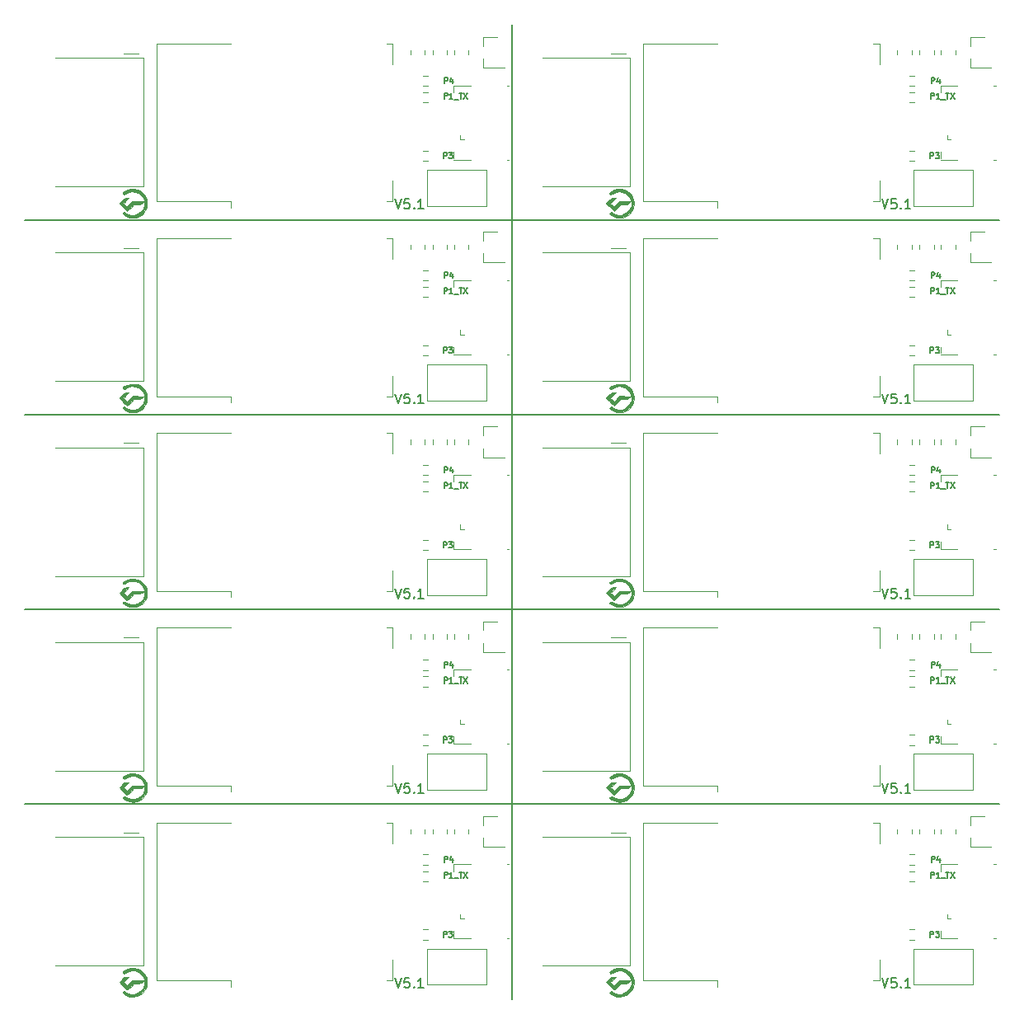
<source format=gbr>
%TF.GenerationSoftware,KiCad,Pcbnew,(5.1.9)-1*%
%TF.CreationDate,2021-12-30T17:23:27+01:00*%
%TF.ProjectId,IM350_AM550_T210_5V_V5.1,494d3335-305f-4414-9d35-35305f543231,rev?*%
%TF.SameCoordinates,Original*%
%TF.FileFunction,Legend,Top*%
%TF.FilePolarity,Positive*%
%FSLAX46Y46*%
G04 Gerber Fmt 4.6, Leading zero omitted, Abs format (unit mm)*
G04 Created by KiCad (PCBNEW (5.1.9)-1) date 2021-12-30 17:23:27*
%MOMM*%
%LPD*%
G01*
G04 APERTURE LIST*
%ADD10C,0.150000*%
%ADD11C,0.120000*%
%ADD12C,0.100000*%
%ADD13C,0.010000*%
G04 APERTURE END LIST*
D10*
X87500000Y-60000000D02*
X87500000Y-160000000D01*
X137500000Y-140000000D02*
X37500000Y-140000000D01*
X37500000Y-120000000D02*
X137500000Y-120000000D01*
X137500000Y-100000000D02*
X37500000Y-100000000D01*
X37500000Y-80000000D02*
X137500000Y-80000000D01*
X125476190Y-157852380D02*
X125809523Y-158852380D01*
X126142857Y-157852380D01*
X126952380Y-157852380D02*
X126476190Y-157852380D01*
X126428571Y-158328571D01*
X126476190Y-158280952D01*
X126571428Y-158233333D01*
X126809523Y-158233333D01*
X126904761Y-158280952D01*
X126952380Y-158328571D01*
X127000000Y-158423809D01*
X127000000Y-158661904D01*
X126952380Y-158757142D01*
X126904761Y-158804761D01*
X126809523Y-158852380D01*
X126571428Y-158852380D01*
X126476190Y-158804761D01*
X126428571Y-158757142D01*
X127428571Y-158757142D02*
X127476190Y-158804761D01*
X127428571Y-158852380D01*
X127380952Y-158804761D01*
X127428571Y-158757142D01*
X127428571Y-158852380D01*
X128428571Y-158852380D02*
X127857142Y-158852380D01*
X128142857Y-158852380D02*
X128142857Y-157852380D01*
X128047619Y-157995238D01*
X127952380Y-158090476D01*
X127857142Y-158138095D01*
X75476190Y-157852380D02*
X75809523Y-158852380D01*
X76142857Y-157852380D01*
X76952380Y-157852380D02*
X76476190Y-157852380D01*
X76428571Y-158328571D01*
X76476190Y-158280952D01*
X76571428Y-158233333D01*
X76809523Y-158233333D01*
X76904761Y-158280952D01*
X76952380Y-158328571D01*
X77000000Y-158423809D01*
X77000000Y-158661904D01*
X76952380Y-158757142D01*
X76904761Y-158804761D01*
X76809523Y-158852380D01*
X76571428Y-158852380D01*
X76476190Y-158804761D01*
X76428571Y-158757142D01*
X77428571Y-158757142D02*
X77476190Y-158804761D01*
X77428571Y-158852380D01*
X77380952Y-158804761D01*
X77428571Y-158757142D01*
X77428571Y-158852380D01*
X78428571Y-158852380D02*
X77857142Y-158852380D01*
X78142857Y-158852380D02*
X78142857Y-157852380D01*
X78047619Y-157995238D01*
X77952380Y-158090476D01*
X77857142Y-158138095D01*
X125476190Y-137852380D02*
X125809523Y-138852380D01*
X126142857Y-137852380D01*
X126952380Y-137852380D02*
X126476190Y-137852380D01*
X126428571Y-138328571D01*
X126476190Y-138280952D01*
X126571428Y-138233333D01*
X126809523Y-138233333D01*
X126904761Y-138280952D01*
X126952380Y-138328571D01*
X127000000Y-138423809D01*
X127000000Y-138661904D01*
X126952380Y-138757142D01*
X126904761Y-138804761D01*
X126809523Y-138852380D01*
X126571428Y-138852380D01*
X126476190Y-138804761D01*
X126428571Y-138757142D01*
X127428571Y-138757142D02*
X127476190Y-138804761D01*
X127428571Y-138852380D01*
X127380952Y-138804761D01*
X127428571Y-138757142D01*
X127428571Y-138852380D01*
X128428571Y-138852380D02*
X127857142Y-138852380D01*
X128142857Y-138852380D02*
X128142857Y-137852380D01*
X128047619Y-137995238D01*
X127952380Y-138090476D01*
X127857142Y-138138095D01*
X75476190Y-137852380D02*
X75809523Y-138852380D01*
X76142857Y-137852380D01*
X76952380Y-137852380D02*
X76476190Y-137852380D01*
X76428571Y-138328571D01*
X76476190Y-138280952D01*
X76571428Y-138233333D01*
X76809523Y-138233333D01*
X76904761Y-138280952D01*
X76952380Y-138328571D01*
X77000000Y-138423809D01*
X77000000Y-138661904D01*
X76952380Y-138757142D01*
X76904761Y-138804761D01*
X76809523Y-138852380D01*
X76571428Y-138852380D01*
X76476190Y-138804761D01*
X76428571Y-138757142D01*
X77428571Y-138757142D02*
X77476190Y-138804761D01*
X77428571Y-138852380D01*
X77380952Y-138804761D01*
X77428571Y-138757142D01*
X77428571Y-138852380D01*
X78428571Y-138852380D02*
X77857142Y-138852380D01*
X78142857Y-138852380D02*
X78142857Y-137852380D01*
X78047619Y-137995238D01*
X77952380Y-138090476D01*
X77857142Y-138138095D01*
X75476190Y-117852380D02*
X75809523Y-118852380D01*
X76142857Y-117852380D01*
X76952380Y-117852380D02*
X76476190Y-117852380D01*
X76428571Y-118328571D01*
X76476190Y-118280952D01*
X76571428Y-118233333D01*
X76809523Y-118233333D01*
X76904761Y-118280952D01*
X76952380Y-118328571D01*
X77000000Y-118423809D01*
X77000000Y-118661904D01*
X76952380Y-118757142D01*
X76904761Y-118804761D01*
X76809523Y-118852380D01*
X76571428Y-118852380D01*
X76476190Y-118804761D01*
X76428571Y-118757142D01*
X77428571Y-118757142D02*
X77476190Y-118804761D01*
X77428571Y-118852380D01*
X77380952Y-118804761D01*
X77428571Y-118757142D01*
X77428571Y-118852380D01*
X78428571Y-118852380D02*
X77857142Y-118852380D01*
X78142857Y-118852380D02*
X78142857Y-117852380D01*
X78047619Y-117995238D01*
X77952380Y-118090476D01*
X77857142Y-118138095D01*
X125476190Y-117852380D02*
X125809523Y-118852380D01*
X126142857Y-117852380D01*
X126952380Y-117852380D02*
X126476190Y-117852380D01*
X126428571Y-118328571D01*
X126476190Y-118280952D01*
X126571428Y-118233333D01*
X126809523Y-118233333D01*
X126904761Y-118280952D01*
X126952380Y-118328571D01*
X127000000Y-118423809D01*
X127000000Y-118661904D01*
X126952380Y-118757142D01*
X126904761Y-118804761D01*
X126809523Y-118852380D01*
X126571428Y-118852380D01*
X126476190Y-118804761D01*
X126428571Y-118757142D01*
X127428571Y-118757142D02*
X127476190Y-118804761D01*
X127428571Y-118852380D01*
X127380952Y-118804761D01*
X127428571Y-118757142D01*
X127428571Y-118852380D01*
X128428571Y-118852380D02*
X127857142Y-118852380D01*
X128142857Y-118852380D02*
X128142857Y-117852380D01*
X128047619Y-117995238D01*
X127952380Y-118090476D01*
X127857142Y-118138095D01*
X125476190Y-97852380D02*
X125809523Y-98852380D01*
X126142857Y-97852380D01*
X126952380Y-97852380D02*
X126476190Y-97852380D01*
X126428571Y-98328571D01*
X126476190Y-98280952D01*
X126571428Y-98233333D01*
X126809523Y-98233333D01*
X126904761Y-98280952D01*
X126952380Y-98328571D01*
X127000000Y-98423809D01*
X127000000Y-98661904D01*
X126952380Y-98757142D01*
X126904761Y-98804761D01*
X126809523Y-98852380D01*
X126571428Y-98852380D01*
X126476190Y-98804761D01*
X126428571Y-98757142D01*
X127428571Y-98757142D02*
X127476190Y-98804761D01*
X127428571Y-98852380D01*
X127380952Y-98804761D01*
X127428571Y-98757142D01*
X127428571Y-98852380D01*
X128428571Y-98852380D02*
X127857142Y-98852380D01*
X128142857Y-98852380D02*
X128142857Y-97852380D01*
X128047619Y-97995238D01*
X127952380Y-98090476D01*
X127857142Y-98138095D01*
X75476190Y-97852380D02*
X75809523Y-98852380D01*
X76142857Y-97852380D01*
X76952380Y-97852380D02*
X76476190Y-97852380D01*
X76428571Y-98328571D01*
X76476190Y-98280952D01*
X76571428Y-98233333D01*
X76809523Y-98233333D01*
X76904761Y-98280952D01*
X76952380Y-98328571D01*
X77000000Y-98423809D01*
X77000000Y-98661904D01*
X76952380Y-98757142D01*
X76904761Y-98804761D01*
X76809523Y-98852380D01*
X76571428Y-98852380D01*
X76476190Y-98804761D01*
X76428571Y-98757142D01*
X77428571Y-98757142D02*
X77476190Y-98804761D01*
X77428571Y-98852380D01*
X77380952Y-98804761D01*
X77428571Y-98757142D01*
X77428571Y-98852380D01*
X78428571Y-98852380D02*
X77857142Y-98852380D01*
X78142857Y-98852380D02*
X78142857Y-97852380D01*
X78047619Y-97995238D01*
X77952380Y-98090476D01*
X77857142Y-98138095D01*
X125476190Y-77852380D02*
X125809523Y-78852380D01*
X126142857Y-77852380D01*
X126952380Y-77852380D02*
X126476190Y-77852380D01*
X126428571Y-78328571D01*
X126476190Y-78280952D01*
X126571428Y-78233333D01*
X126809523Y-78233333D01*
X126904761Y-78280952D01*
X126952380Y-78328571D01*
X127000000Y-78423809D01*
X127000000Y-78661904D01*
X126952380Y-78757142D01*
X126904761Y-78804761D01*
X126809523Y-78852380D01*
X126571428Y-78852380D01*
X126476190Y-78804761D01*
X126428571Y-78757142D01*
X127428571Y-78757142D02*
X127476190Y-78804761D01*
X127428571Y-78852380D01*
X127380952Y-78804761D01*
X127428571Y-78757142D01*
X127428571Y-78852380D01*
X128428571Y-78852380D02*
X127857142Y-78852380D01*
X128142857Y-78852380D02*
X128142857Y-77852380D01*
X128047619Y-77995238D01*
X127952380Y-78090476D01*
X127857142Y-78138095D01*
X75476190Y-77852380D02*
X75809523Y-78852380D01*
X76142857Y-77852380D01*
X76952380Y-77852380D02*
X76476190Y-77852380D01*
X76428571Y-78328571D01*
X76476190Y-78280952D01*
X76571428Y-78233333D01*
X76809523Y-78233333D01*
X76904761Y-78280952D01*
X76952380Y-78328571D01*
X77000000Y-78423809D01*
X77000000Y-78661904D01*
X76952380Y-78757142D01*
X76904761Y-78804761D01*
X76809523Y-78852380D01*
X76571428Y-78852380D01*
X76476190Y-78804761D01*
X76428571Y-78757142D01*
X77428571Y-78757142D02*
X77476190Y-78804761D01*
X77428571Y-78852380D01*
X77380952Y-78804761D01*
X77428571Y-78757142D01*
X77428571Y-78852380D01*
X78428571Y-78852380D02*
X77857142Y-78852380D01*
X78142857Y-78852380D02*
X78142857Y-77852380D01*
X78047619Y-77995238D01*
X77952380Y-78090476D01*
X77857142Y-78138095D01*
D11*
%TO.C,J2*%
X49630000Y-143370000D02*
X49630000Y-156570000D01*
X49630000Y-156570000D02*
X40610000Y-156570000D01*
D12*
X40680000Y-143370000D02*
X40610000Y-143370000D01*
D11*
X40610000Y-143370000D02*
X49630000Y-143370000D01*
X47630000Y-142900000D02*
X49160000Y-142900000D01*
X47630000Y-122900000D02*
X49160000Y-122900000D01*
X40610000Y-123370000D02*
X49630000Y-123370000D01*
D12*
X40680000Y-123370000D02*
X40610000Y-123370000D01*
D11*
X49630000Y-136570000D02*
X40610000Y-136570000D01*
X49630000Y-123370000D02*
X49630000Y-136570000D01*
X49630000Y-103370000D02*
X49630000Y-116570000D01*
X49630000Y-116570000D02*
X40610000Y-116570000D01*
D12*
X40680000Y-103370000D02*
X40610000Y-103370000D01*
D11*
X40610000Y-103370000D02*
X49630000Y-103370000D01*
X47630000Y-102900000D02*
X49160000Y-102900000D01*
X47630000Y-82900000D02*
X49160000Y-82900000D01*
X40610000Y-83370000D02*
X49630000Y-83370000D01*
D12*
X40680000Y-83370000D02*
X40610000Y-83370000D01*
D11*
X49630000Y-96570000D02*
X40610000Y-96570000D01*
X49630000Y-83370000D02*
X49630000Y-96570000D01*
%TO.C,R1*%
X78854724Y-153922500D02*
X78345276Y-153922500D01*
X78854724Y-152877500D02*
X78345276Y-152877500D01*
%TO.C,R8*%
X83035000Y-142572936D02*
X83035000Y-143027064D01*
X81565000Y-142572936D02*
X81565000Y-143027064D01*
%TO.C,R3*%
X78535000Y-143027064D02*
X78535000Y-142572936D01*
X77065000Y-143027064D02*
X77065000Y-142572936D01*
%TO.C,Q1*%
X84540000Y-141220000D02*
X86000000Y-141220000D01*
X84540000Y-144380000D02*
X86700000Y-144380000D01*
X84540000Y-144380000D02*
X84540000Y-143450000D01*
X84540000Y-141220000D02*
X84540000Y-142150000D01*
%TO.C,J2*%
X97630000Y-142900000D02*
X99160000Y-142900000D01*
X90610000Y-143370000D02*
X99630000Y-143370000D01*
D12*
X90680000Y-143370000D02*
X90610000Y-143370000D01*
D11*
X99630000Y-156570000D02*
X90610000Y-156570000D01*
X99630000Y-143370000D02*
X99630000Y-156570000D01*
%TO.C,Q1*%
X134540000Y-141220000D02*
X134540000Y-142150000D01*
X134540000Y-144380000D02*
X134540000Y-143450000D01*
X134540000Y-144380000D02*
X136700000Y-144380000D01*
X134540000Y-141220000D02*
X136000000Y-141220000D01*
%TO.C,R3*%
X127065000Y-143027064D02*
X127065000Y-142572936D01*
X128535000Y-143027064D02*
X128535000Y-142572936D01*
D13*
%TO.C,G2*%
G36*
X47559435Y-159264279D02*
G01*
X47561375Y-159262134D01*
X47636657Y-159195183D01*
X47703819Y-159204292D01*
X47757520Y-159240626D01*
X48077944Y-159422477D01*
X48407789Y-159507656D01*
X48735435Y-159496872D01*
X49049266Y-159390835D01*
X49337661Y-159190254D01*
X49389121Y-159141013D01*
X49615232Y-158853279D01*
X49743030Y-158549064D01*
X49772517Y-158237524D01*
X49703691Y-157927816D01*
X49536554Y-157629097D01*
X49389121Y-157458988D01*
X49106935Y-157240347D01*
X48797085Y-157116113D01*
X48471188Y-157086996D01*
X48140865Y-157153706D01*
X47817732Y-157316952D01*
X47757520Y-157359375D01*
X47672038Y-157408697D01*
X47607739Y-157385173D01*
X47561375Y-157337867D01*
X47515269Y-157278789D01*
X47516078Y-157231422D01*
X47576835Y-157174377D01*
X47710574Y-157086260D01*
X47717273Y-157082011D01*
X48027772Y-156921118D01*
X48335697Y-156843632D01*
X48677694Y-156839786D01*
X49046720Y-156918094D01*
X49378877Y-157085996D01*
X49660382Y-157334143D01*
X49877448Y-157653186D01*
X49877686Y-157653650D01*
X49956666Y-157878899D01*
X50001299Y-158155080D01*
X50008785Y-158440151D01*
X49976330Y-158692068D01*
X49952133Y-158772543D01*
X49774160Y-159117641D01*
X49527474Y-159399517D01*
X49225345Y-159608555D01*
X48881041Y-159735141D01*
X48574600Y-159770687D01*
X48260499Y-159746539D01*
X47979218Y-159660043D01*
X47716300Y-159517374D01*
X47579885Y-159427862D01*
X47516955Y-159370154D01*
X47514482Y-159322781D01*
X47559435Y-159264279D01*
G37*
X47559435Y-159264279D02*
X47561375Y-159262134D01*
X47636657Y-159195183D01*
X47703819Y-159204292D01*
X47757520Y-159240626D01*
X48077944Y-159422477D01*
X48407789Y-159507656D01*
X48735435Y-159496872D01*
X49049266Y-159390835D01*
X49337661Y-159190254D01*
X49389121Y-159141013D01*
X49615232Y-158853279D01*
X49743030Y-158549064D01*
X49772517Y-158237524D01*
X49703691Y-157927816D01*
X49536554Y-157629097D01*
X49389121Y-157458988D01*
X49106935Y-157240347D01*
X48797085Y-157116113D01*
X48471188Y-157086996D01*
X48140865Y-157153706D01*
X47817732Y-157316952D01*
X47757520Y-157359375D01*
X47672038Y-157408697D01*
X47607739Y-157385173D01*
X47561375Y-157337867D01*
X47515269Y-157278789D01*
X47516078Y-157231422D01*
X47576835Y-157174377D01*
X47710574Y-157086260D01*
X47717273Y-157082011D01*
X48027772Y-156921118D01*
X48335697Y-156843632D01*
X48677694Y-156839786D01*
X49046720Y-156918094D01*
X49378877Y-157085996D01*
X49660382Y-157334143D01*
X49877448Y-157653186D01*
X49877686Y-157653650D01*
X49956666Y-157878899D01*
X50001299Y-158155080D01*
X50008785Y-158440151D01*
X49976330Y-158692068D01*
X49952133Y-158772543D01*
X49774160Y-159117641D01*
X49527474Y-159399517D01*
X49225345Y-159608555D01*
X48881041Y-159735141D01*
X48574600Y-159770687D01*
X48260499Y-159746539D01*
X47979218Y-159660043D01*
X47716300Y-159517374D01*
X47579885Y-159427862D01*
X47516955Y-159370154D01*
X47514482Y-159322781D01*
X47559435Y-159264279D01*
G36*
X47431368Y-158020835D02*
G01*
X47578132Y-157877459D01*
X47685007Y-157793617D01*
X47780367Y-157753588D01*
X47892588Y-157741653D01*
X47936129Y-157741200D01*
X48164729Y-157741200D01*
X47889304Y-158020090D01*
X47613879Y-158298979D01*
X47960765Y-158656875D01*
X48245526Y-158375086D01*
X48530287Y-158093296D01*
X49673827Y-158122200D01*
X49527833Y-158261900D01*
X49438234Y-158337098D01*
X49345446Y-158379263D01*
X49216256Y-158397671D01*
X49027552Y-158401600D01*
X48673264Y-158401600D01*
X48346000Y-158731800D01*
X48196271Y-158877309D01*
X48069731Y-158990086D01*
X47985298Y-159053724D01*
X47965196Y-159062000D01*
X47909273Y-159027925D01*
X47800142Y-158935830D01*
X47655036Y-158800912D01*
X47533432Y-158681235D01*
X47155209Y-158300469D01*
X47431368Y-158020835D01*
G37*
X47431368Y-158020835D02*
X47578132Y-157877459D01*
X47685007Y-157793617D01*
X47780367Y-157753588D01*
X47892588Y-157741653D01*
X47936129Y-157741200D01*
X48164729Y-157741200D01*
X47889304Y-158020090D01*
X47613879Y-158298979D01*
X47960765Y-158656875D01*
X48245526Y-158375086D01*
X48530287Y-158093296D01*
X49673827Y-158122200D01*
X49527833Y-158261900D01*
X49438234Y-158337098D01*
X49345446Y-158379263D01*
X49216256Y-158397671D01*
X49027552Y-158401600D01*
X48673264Y-158401600D01*
X48346000Y-158731800D01*
X48196271Y-158877309D01*
X48069731Y-158990086D01*
X47985298Y-159053724D01*
X47965196Y-159062000D01*
X47909273Y-159027925D01*
X47800142Y-158935830D01*
X47655036Y-158800912D01*
X47533432Y-158681235D01*
X47155209Y-158300469D01*
X47431368Y-158020835D01*
D11*
%TO.C,U2*%
X100980000Y-158120000D02*
X100980000Y-141880000D01*
X100980000Y-141880000D02*
X108600000Y-141880000D01*
X124600000Y-141880000D02*
X125220000Y-141880000D01*
X125220000Y-141880000D02*
X125220000Y-144000000D01*
X125220000Y-156000000D02*
X125220000Y-158120000D01*
X125220000Y-158120000D02*
X124600000Y-158120000D01*
X108600000Y-158120000D02*
X100980000Y-158120000D01*
X108600000Y-158120000D02*
X108600000Y-158730000D01*
%TO.C,R7*%
X128345276Y-147922500D02*
X128854724Y-147922500D01*
X128345276Y-146877500D02*
X128854724Y-146877500D01*
%TO.C,R9*%
X130835000Y-142572936D02*
X130835000Y-143027064D01*
X129365000Y-142572936D02*
X129365000Y-143027064D01*
D13*
%TO.C,G2*%
G36*
X97431368Y-158020835D02*
G01*
X97578132Y-157877459D01*
X97685007Y-157793617D01*
X97780367Y-157753588D01*
X97892588Y-157741653D01*
X97936129Y-157741200D01*
X98164729Y-157741200D01*
X97889304Y-158020090D01*
X97613879Y-158298979D01*
X97960765Y-158656875D01*
X98245526Y-158375086D01*
X98530287Y-158093296D01*
X99673827Y-158122200D01*
X99527833Y-158261900D01*
X99438234Y-158337098D01*
X99345446Y-158379263D01*
X99216256Y-158397671D01*
X99027552Y-158401600D01*
X98673264Y-158401600D01*
X98346000Y-158731800D01*
X98196271Y-158877309D01*
X98069731Y-158990086D01*
X97985298Y-159053724D01*
X97965196Y-159062000D01*
X97909273Y-159027925D01*
X97800142Y-158935830D01*
X97655036Y-158800912D01*
X97533432Y-158681235D01*
X97155209Y-158300469D01*
X97431368Y-158020835D01*
G37*
X97431368Y-158020835D02*
X97578132Y-157877459D01*
X97685007Y-157793617D01*
X97780367Y-157753588D01*
X97892588Y-157741653D01*
X97936129Y-157741200D01*
X98164729Y-157741200D01*
X97889304Y-158020090D01*
X97613879Y-158298979D01*
X97960765Y-158656875D01*
X98245526Y-158375086D01*
X98530287Y-158093296D01*
X99673827Y-158122200D01*
X99527833Y-158261900D01*
X99438234Y-158337098D01*
X99345446Y-158379263D01*
X99216256Y-158397671D01*
X99027552Y-158401600D01*
X98673264Y-158401600D01*
X98346000Y-158731800D01*
X98196271Y-158877309D01*
X98069731Y-158990086D01*
X97985298Y-159053724D01*
X97965196Y-159062000D01*
X97909273Y-159027925D01*
X97800142Y-158935830D01*
X97655036Y-158800912D01*
X97533432Y-158681235D01*
X97155209Y-158300469D01*
X97431368Y-158020835D01*
G36*
X97559435Y-159264279D02*
G01*
X97561375Y-159262134D01*
X97636657Y-159195183D01*
X97703819Y-159204292D01*
X97757520Y-159240626D01*
X98077944Y-159422477D01*
X98407789Y-159507656D01*
X98735435Y-159496872D01*
X99049266Y-159390835D01*
X99337661Y-159190254D01*
X99389121Y-159141013D01*
X99615232Y-158853279D01*
X99743030Y-158549064D01*
X99772517Y-158237524D01*
X99703691Y-157927816D01*
X99536554Y-157629097D01*
X99389121Y-157458988D01*
X99106935Y-157240347D01*
X98797085Y-157116113D01*
X98471188Y-157086996D01*
X98140865Y-157153706D01*
X97817732Y-157316952D01*
X97757520Y-157359375D01*
X97672038Y-157408697D01*
X97607739Y-157385173D01*
X97561375Y-157337867D01*
X97515269Y-157278789D01*
X97516078Y-157231422D01*
X97576835Y-157174377D01*
X97710574Y-157086260D01*
X97717273Y-157082011D01*
X98027772Y-156921118D01*
X98335697Y-156843632D01*
X98677694Y-156839786D01*
X99046720Y-156918094D01*
X99378877Y-157085996D01*
X99660382Y-157334143D01*
X99877448Y-157653186D01*
X99877686Y-157653650D01*
X99956666Y-157878899D01*
X100001299Y-158155080D01*
X100008785Y-158440151D01*
X99976330Y-158692068D01*
X99952133Y-158772543D01*
X99774160Y-159117641D01*
X99527474Y-159399517D01*
X99225345Y-159608555D01*
X98881041Y-159735141D01*
X98574600Y-159770687D01*
X98260499Y-159746539D01*
X97979218Y-159660043D01*
X97716300Y-159517374D01*
X97579885Y-159427862D01*
X97516955Y-159370154D01*
X97514482Y-159322781D01*
X97559435Y-159264279D01*
G37*
X97559435Y-159264279D02*
X97561375Y-159262134D01*
X97636657Y-159195183D01*
X97703819Y-159204292D01*
X97757520Y-159240626D01*
X98077944Y-159422477D01*
X98407789Y-159507656D01*
X98735435Y-159496872D01*
X99049266Y-159390835D01*
X99337661Y-159190254D01*
X99389121Y-159141013D01*
X99615232Y-158853279D01*
X99743030Y-158549064D01*
X99772517Y-158237524D01*
X99703691Y-157927816D01*
X99536554Y-157629097D01*
X99389121Y-157458988D01*
X99106935Y-157240347D01*
X98797085Y-157116113D01*
X98471188Y-157086996D01*
X98140865Y-157153706D01*
X97817732Y-157316952D01*
X97757520Y-157359375D01*
X97672038Y-157408697D01*
X97607739Y-157385173D01*
X97561375Y-157337867D01*
X97515269Y-157278789D01*
X97516078Y-157231422D01*
X97576835Y-157174377D01*
X97710574Y-157086260D01*
X97717273Y-157082011D01*
X98027772Y-156921118D01*
X98335697Y-156843632D01*
X98677694Y-156839786D01*
X99046720Y-156918094D01*
X99378877Y-157085996D01*
X99660382Y-157334143D01*
X99877448Y-157653186D01*
X99877686Y-157653650D01*
X99956666Y-157878899D01*
X100001299Y-158155080D01*
X100008785Y-158440151D01*
X99976330Y-158692068D01*
X99952133Y-158772543D01*
X99774160Y-159117641D01*
X99527474Y-159399517D01*
X99225345Y-159608555D01*
X98881041Y-159735141D01*
X98574600Y-159770687D01*
X98260499Y-159746539D01*
X97979218Y-159660043D01*
X97716300Y-159517374D01*
X97579885Y-159427862D01*
X97516955Y-159370154D01*
X97514482Y-159322781D01*
X97559435Y-159264279D01*
D11*
%TO.C,R2*%
X128854724Y-146222500D02*
X128345276Y-146222500D01*
X128854724Y-145177500D02*
X128345276Y-145177500D01*
%TO.C,R7*%
X78345276Y-146877500D02*
X78854724Y-146877500D01*
X78345276Y-147922500D02*
X78854724Y-147922500D01*
%TO.C,R2*%
X78854724Y-145177500D02*
X78345276Y-145177500D01*
X78854724Y-146222500D02*
X78345276Y-146222500D01*
%TO.C,U2*%
X58600000Y-158120000D02*
X58600000Y-158730000D01*
X58600000Y-158120000D02*
X50980000Y-158120000D01*
X75220000Y-158120000D02*
X74600000Y-158120000D01*
X75220000Y-156000000D02*
X75220000Y-158120000D01*
X75220000Y-141880000D02*
X75220000Y-144000000D01*
X74600000Y-141880000D02*
X75220000Y-141880000D01*
X50980000Y-141880000D02*
X58600000Y-141880000D01*
X50980000Y-158120000D02*
X50980000Y-141880000D01*
%TO.C,R1*%
X128854724Y-152877500D02*
X128345276Y-152877500D01*
X128854724Y-153922500D02*
X128345276Y-153922500D01*
%TO.C,SW1*%
X134860000Y-158550000D02*
X128740000Y-158550000D01*
X128740000Y-158550000D02*
X128740000Y-154850000D01*
X128740000Y-154850000D02*
X134860000Y-154850000D01*
X134860000Y-154850000D02*
X134860000Y-158550000D01*
%TO.C,J1*%
X132190000Y-151760000D02*
X132580000Y-151760000D01*
X132190000Y-151760000D02*
X132190000Y-151310000D01*
X131500000Y-146225000D02*
X131500000Y-146875000D01*
X133230000Y-146190000D02*
X131500000Y-146190000D01*
X137190000Y-153810000D02*
X136980000Y-153810000D01*
X137190000Y-146190000D02*
X136980000Y-146190000D01*
X133230000Y-153810000D02*
X131500000Y-153810000D01*
X131500000Y-153700000D02*
X131500000Y-153040000D01*
%TO.C,R9*%
X79365000Y-142572936D02*
X79365000Y-143027064D01*
X80835000Y-142572936D02*
X80835000Y-143027064D01*
%TO.C,R8*%
X131565000Y-142572936D02*
X131565000Y-143027064D01*
X133035000Y-142572936D02*
X133035000Y-143027064D01*
%TO.C,J1*%
X81500000Y-153700000D02*
X81500000Y-153040000D01*
X83230000Y-153810000D02*
X81500000Y-153810000D01*
X87190000Y-146190000D02*
X86980000Y-146190000D01*
X87190000Y-153810000D02*
X86980000Y-153810000D01*
X83230000Y-146190000D02*
X81500000Y-146190000D01*
X81500000Y-146225000D02*
X81500000Y-146875000D01*
X82190000Y-151760000D02*
X82190000Y-151310000D01*
X82190000Y-151760000D02*
X82580000Y-151760000D01*
%TO.C,SW1*%
X84860000Y-154850000D02*
X84860000Y-158550000D01*
X78740000Y-154850000D02*
X84860000Y-154850000D01*
X78740000Y-158550000D02*
X78740000Y-154850000D01*
X84860000Y-158550000D02*
X78740000Y-158550000D01*
%TO.C,Q1*%
X134540000Y-121220000D02*
X136000000Y-121220000D01*
X134540000Y-124380000D02*
X136700000Y-124380000D01*
X134540000Y-124380000D02*
X134540000Y-123450000D01*
X134540000Y-121220000D02*
X134540000Y-122150000D01*
%TO.C,R3*%
X128535000Y-123027064D02*
X128535000Y-122572936D01*
X127065000Y-123027064D02*
X127065000Y-122572936D01*
D13*
%TO.C,G2*%
G36*
X47431368Y-138020835D02*
G01*
X47578132Y-137877459D01*
X47685007Y-137793617D01*
X47780367Y-137753588D01*
X47892588Y-137741653D01*
X47936129Y-137741200D01*
X48164729Y-137741200D01*
X47889304Y-138020090D01*
X47613879Y-138298979D01*
X47960765Y-138656875D01*
X48245526Y-138375086D01*
X48530287Y-138093296D01*
X49673827Y-138122200D01*
X49527833Y-138261900D01*
X49438234Y-138337098D01*
X49345446Y-138379263D01*
X49216256Y-138397671D01*
X49027552Y-138401600D01*
X48673264Y-138401600D01*
X48346000Y-138731800D01*
X48196271Y-138877309D01*
X48069731Y-138990086D01*
X47985298Y-139053724D01*
X47965196Y-139062000D01*
X47909273Y-139027925D01*
X47800142Y-138935830D01*
X47655036Y-138800912D01*
X47533432Y-138681235D01*
X47155209Y-138300469D01*
X47431368Y-138020835D01*
G37*
X47431368Y-138020835D02*
X47578132Y-137877459D01*
X47685007Y-137793617D01*
X47780367Y-137753588D01*
X47892588Y-137741653D01*
X47936129Y-137741200D01*
X48164729Y-137741200D01*
X47889304Y-138020090D01*
X47613879Y-138298979D01*
X47960765Y-138656875D01*
X48245526Y-138375086D01*
X48530287Y-138093296D01*
X49673827Y-138122200D01*
X49527833Y-138261900D01*
X49438234Y-138337098D01*
X49345446Y-138379263D01*
X49216256Y-138397671D01*
X49027552Y-138401600D01*
X48673264Y-138401600D01*
X48346000Y-138731800D01*
X48196271Y-138877309D01*
X48069731Y-138990086D01*
X47985298Y-139053724D01*
X47965196Y-139062000D01*
X47909273Y-139027925D01*
X47800142Y-138935830D01*
X47655036Y-138800912D01*
X47533432Y-138681235D01*
X47155209Y-138300469D01*
X47431368Y-138020835D01*
G36*
X47559435Y-139264279D02*
G01*
X47561375Y-139262134D01*
X47636657Y-139195183D01*
X47703819Y-139204292D01*
X47757520Y-139240626D01*
X48077944Y-139422477D01*
X48407789Y-139507656D01*
X48735435Y-139496872D01*
X49049266Y-139390835D01*
X49337661Y-139190254D01*
X49389121Y-139141013D01*
X49615232Y-138853279D01*
X49743030Y-138549064D01*
X49772517Y-138237524D01*
X49703691Y-137927816D01*
X49536554Y-137629097D01*
X49389121Y-137458988D01*
X49106935Y-137240347D01*
X48797085Y-137116113D01*
X48471188Y-137086996D01*
X48140865Y-137153706D01*
X47817732Y-137316952D01*
X47757520Y-137359375D01*
X47672038Y-137408697D01*
X47607739Y-137385173D01*
X47561375Y-137337867D01*
X47515269Y-137278789D01*
X47516078Y-137231422D01*
X47576835Y-137174377D01*
X47710574Y-137086260D01*
X47717273Y-137082011D01*
X48027772Y-136921118D01*
X48335697Y-136843632D01*
X48677694Y-136839786D01*
X49046720Y-136918094D01*
X49378877Y-137085996D01*
X49660382Y-137334143D01*
X49877448Y-137653186D01*
X49877686Y-137653650D01*
X49956666Y-137878899D01*
X50001299Y-138155080D01*
X50008785Y-138440151D01*
X49976330Y-138692068D01*
X49952133Y-138772543D01*
X49774160Y-139117641D01*
X49527474Y-139399517D01*
X49225345Y-139608555D01*
X48881041Y-139735141D01*
X48574600Y-139770687D01*
X48260499Y-139746539D01*
X47979218Y-139660043D01*
X47716300Y-139517374D01*
X47579885Y-139427862D01*
X47516955Y-139370154D01*
X47514482Y-139322781D01*
X47559435Y-139264279D01*
G37*
X47559435Y-139264279D02*
X47561375Y-139262134D01*
X47636657Y-139195183D01*
X47703819Y-139204292D01*
X47757520Y-139240626D01*
X48077944Y-139422477D01*
X48407789Y-139507656D01*
X48735435Y-139496872D01*
X49049266Y-139390835D01*
X49337661Y-139190254D01*
X49389121Y-139141013D01*
X49615232Y-138853279D01*
X49743030Y-138549064D01*
X49772517Y-138237524D01*
X49703691Y-137927816D01*
X49536554Y-137629097D01*
X49389121Y-137458988D01*
X49106935Y-137240347D01*
X48797085Y-137116113D01*
X48471188Y-137086996D01*
X48140865Y-137153706D01*
X47817732Y-137316952D01*
X47757520Y-137359375D01*
X47672038Y-137408697D01*
X47607739Y-137385173D01*
X47561375Y-137337867D01*
X47515269Y-137278789D01*
X47516078Y-137231422D01*
X47576835Y-137174377D01*
X47710574Y-137086260D01*
X47717273Y-137082011D01*
X48027772Y-136921118D01*
X48335697Y-136843632D01*
X48677694Y-136839786D01*
X49046720Y-136918094D01*
X49378877Y-137085996D01*
X49660382Y-137334143D01*
X49877448Y-137653186D01*
X49877686Y-137653650D01*
X49956666Y-137878899D01*
X50001299Y-138155080D01*
X50008785Y-138440151D01*
X49976330Y-138692068D01*
X49952133Y-138772543D01*
X49774160Y-139117641D01*
X49527474Y-139399517D01*
X49225345Y-139608555D01*
X48881041Y-139735141D01*
X48574600Y-139770687D01*
X48260499Y-139746539D01*
X47979218Y-139660043D01*
X47716300Y-139517374D01*
X47579885Y-139427862D01*
X47516955Y-139370154D01*
X47514482Y-139322781D01*
X47559435Y-139264279D01*
D11*
%TO.C,J2*%
X99630000Y-123370000D02*
X99630000Y-136570000D01*
X99630000Y-136570000D02*
X90610000Y-136570000D01*
D12*
X90680000Y-123370000D02*
X90610000Y-123370000D01*
D11*
X90610000Y-123370000D02*
X99630000Y-123370000D01*
X97630000Y-122900000D02*
X99160000Y-122900000D01*
%TO.C,R9*%
X80835000Y-122572936D02*
X80835000Y-123027064D01*
X79365000Y-122572936D02*
X79365000Y-123027064D01*
%TO.C,SW1*%
X134860000Y-134850000D02*
X134860000Y-138550000D01*
X128740000Y-134850000D02*
X134860000Y-134850000D01*
X128740000Y-138550000D02*
X128740000Y-134850000D01*
X134860000Y-138550000D02*
X128740000Y-138550000D01*
%TO.C,R7*%
X128345276Y-126877500D02*
X128854724Y-126877500D01*
X128345276Y-127922500D02*
X128854724Y-127922500D01*
%TO.C,R2*%
X128854724Y-125177500D02*
X128345276Y-125177500D01*
X128854724Y-126222500D02*
X128345276Y-126222500D01*
%TO.C,R1*%
X128854724Y-133922500D02*
X128345276Y-133922500D01*
X128854724Y-132877500D02*
X128345276Y-132877500D01*
%TO.C,J1*%
X131500000Y-133700000D02*
X131500000Y-133040000D01*
X133230000Y-133810000D02*
X131500000Y-133810000D01*
X137190000Y-126190000D02*
X136980000Y-126190000D01*
X137190000Y-133810000D02*
X136980000Y-133810000D01*
X133230000Y-126190000D02*
X131500000Y-126190000D01*
X131500000Y-126225000D02*
X131500000Y-126875000D01*
X132190000Y-131760000D02*
X132190000Y-131310000D01*
X132190000Y-131760000D02*
X132580000Y-131760000D01*
D13*
%TO.C,G2*%
G36*
X97559435Y-139264279D02*
G01*
X97561375Y-139262134D01*
X97636657Y-139195183D01*
X97703819Y-139204292D01*
X97757520Y-139240626D01*
X98077944Y-139422477D01*
X98407789Y-139507656D01*
X98735435Y-139496872D01*
X99049266Y-139390835D01*
X99337661Y-139190254D01*
X99389121Y-139141013D01*
X99615232Y-138853279D01*
X99743030Y-138549064D01*
X99772517Y-138237524D01*
X99703691Y-137927816D01*
X99536554Y-137629097D01*
X99389121Y-137458988D01*
X99106935Y-137240347D01*
X98797085Y-137116113D01*
X98471188Y-137086996D01*
X98140865Y-137153706D01*
X97817732Y-137316952D01*
X97757520Y-137359375D01*
X97672038Y-137408697D01*
X97607739Y-137385173D01*
X97561375Y-137337867D01*
X97515269Y-137278789D01*
X97516078Y-137231422D01*
X97576835Y-137174377D01*
X97710574Y-137086260D01*
X97717273Y-137082011D01*
X98027772Y-136921118D01*
X98335697Y-136843632D01*
X98677694Y-136839786D01*
X99046720Y-136918094D01*
X99378877Y-137085996D01*
X99660382Y-137334143D01*
X99877448Y-137653186D01*
X99877686Y-137653650D01*
X99956666Y-137878899D01*
X100001299Y-138155080D01*
X100008785Y-138440151D01*
X99976330Y-138692068D01*
X99952133Y-138772543D01*
X99774160Y-139117641D01*
X99527474Y-139399517D01*
X99225345Y-139608555D01*
X98881041Y-139735141D01*
X98574600Y-139770687D01*
X98260499Y-139746539D01*
X97979218Y-139660043D01*
X97716300Y-139517374D01*
X97579885Y-139427862D01*
X97516955Y-139370154D01*
X97514482Y-139322781D01*
X97559435Y-139264279D01*
G37*
X97559435Y-139264279D02*
X97561375Y-139262134D01*
X97636657Y-139195183D01*
X97703819Y-139204292D01*
X97757520Y-139240626D01*
X98077944Y-139422477D01*
X98407789Y-139507656D01*
X98735435Y-139496872D01*
X99049266Y-139390835D01*
X99337661Y-139190254D01*
X99389121Y-139141013D01*
X99615232Y-138853279D01*
X99743030Y-138549064D01*
X99772517Y-138237524D01*
X99703691Y-137927816D01*
X99536554Y-137629097D01*
X99389121Y-137458988D01*
X99106935Y-137240347D01*
X98797085Y-137116113D01*
X98471188Y-137086996D01*
X98140865Y-137153706D01*
X97817732Y-137316952D01*
X97757520Y-137359375D01*
X97672038Y-137408697D01*
X97607739Y-137385173D01*
X97561375Y-137337867D01*
X97515269Y-137278789D01*
X97516078Y-137231422D01*
X97576835Y-137174377D01*
X97710574Y-137086260D01*
X97717273Y-137082011D01*
X98027772Y-136921118D01*
X98335697Y-136843632D01*
X98677694Y-136839786D01*
X99046720Y-136918094D01*
X99378877Y-137085996D01*
X99660382Y-137334143D01*
X99877448Y-137653186D01*
X99877686Y-137653650D01*
X99956666Y-137878899D01*
X100001299Y-138155080D01*
X100008785Y-138440151D01*
X99976330Y-138692068D01*
X99952133Y-138772543D01*
X99774160Y-139117641D01*
X99527474Y-139399517D01*
X99225345Y-139608555D01*
X98881041Y-139735141D01*
X98574600Y-139770687D01*
X98260499Y-139746539D01*
X97979218Y-139660043D01*
X97716300Y-139517374D01*
X97579885Y-139427862D01*
X97516955Y-139370154D01*
X97514482Y-139322781D01*
X97559435Y-139264279D01*
G36*
X97431368Y-138020835D02*
G01*
X97578132Y-137877459D01*
X97685007Y-137793617D01*
X97780367Y-137753588D01*
X97892588Y-137741653D01*
X97936129Y-137741200D01*
X98164729Y-137741200D01*
X97889304Y-138020090D01*
X97613879Y-138298979D01*
X97960765Y-138656875D01*
X98245526Y-138375086D01*
X98530287Y-138093296D01*
X99673827Y-138122200D01*
X99527833Y-138261900D01*
X99438234Y-138337098D01*
X99345446Y-138379263D01*
X99216256Y-138397671D01*
X99027552Y-138401600D01*
X98673264Y-138401600D01*
X98346000Y-138731800D01*
X98196271Y-138877309D01*
X98069731Y-138990086D01*
X97985298Y-139053724D01*
X97965196Y-139062000D01*
X97909273Y-139027925D01*
X97800142Y-138935830D01*
X97655036Y-138800912D01*
X97533432Y-138681235D01*
X97155209Y-138300469D01*
X97431368Y-138020835D01*
G37*
X97431368Y-138020835D02*
X97578132Y-137877459D01*
X97685007Y-137793617D01*
X97780367Y-137753588D01*
X97892588Y-137741653D01*
X97936129Y-137741200D01*
X98164729Y-137741200D01*
X97889304Y-138020090D01*
X97613879Y-138298979D01*
X97960765Y-138656875D01*
X98245526Y-138375086D01*
X98530287Y-138093296D01*
X99673827Y-138122200D01*
X99527833Y-138261900D01*
X99438234Y-138337098D01*
X99345446Y-138379263D01*
X99216256Y-138397671D01*
X99027552Y-138401600D01*
X98673264Y-138401600D01*
X98346000Y-138731800D01*
X98196271Y-138877309D01*
X98069731Y-138990086D01*
X97985298Y-139053724D01*
X97965196Y-139062000D01*
X97909273Y-139027925D01*
X97800142Y-138935830D01*
X97655036Y-138800912D01*
X97533432Y-138681235D01*
X97155209Y-138300469D01*
X97431368Y-138020835D01*
D11*
%TO.C,R9*%
X129365000Y-122572936D02*
X129365000Y-123027064D01*
X130835000Y-122572936D02*
X130835000Y-123027064D01*
%TO.C,U2*%
X108600000Y-138120000D02*
X108600000Y-138730000D01*
X108600000Y-138120000D02*
X100980000Y-138120000D01*
X125220000Y-138120000D02*
X124600000Y-138120000D01*
X125220000Y-136000000D02*
X125220000Y-138120000D01*
X125220000Y-121880000D02*
X125220000Y-124000000D01*
X124600000Y-121880000D02*
X125220000Y-121880000D01*
X100980000Y-121880000D02*
X108600000Y-121880000D01*
X100980000Y-138120000D02*
X100980000Y-121880000D01*
%TO.C,R8*%
X133035000Y-122572936D02*
X133035000Y-123027064D01*
X131565000Y-122572936D02*
X131565000Y-123027064D01*
%TO.C,R7*%
X78345276Y-127922500D02*
X78854724Y-127922500D01*
X78345276Y-126877500D02*
X78854724Y-126877500D01*
%TO.C,U2*%
X50980000Y-138120000D02*
X50980000Y-121880000D01*
X50980000Y-121880000D02*
X58600000Y-121880000D01*
X74600000Y-121880000D02*
X75220000Y-121880000D01*
X75220000Y-121880000D02*
X75220000Y-124000000D01*
X75220000Y-136000000D02*
X75220000Y-138120000D01*
X75220000Y-138120000D02*
X74600000Y-138120000D01*
X58600000Y-138120000D02*
X50980000Y-138120000D01*
X58600000Y-138120000D02*
X58600000Y-138730000D01*
%TO.C,R2*%
X78854724Y-126222500D02*
X78345276Y-126222500D01*
X78854724Y-125177500D02*
X78345276Y-125177500D01*
%TO.C,SW1*%
X84860000Y-138550000D02*
X78740000Y-138550000D01*
X78740000Y-138550000D02*
X78740000Y-134850000D01*
X78740000Y-134850000D02*
X84860000Y-134850000D01*
X84860000Y-134850000D02*
X84860000Y-138550000D01*
%TO.C,J1*%
X82190000Y-131760000D02*
X82580000Y-131760000D01*
X82190000Y-131760000D02*
X82190000Y-131310000D01*
X81500000Y-126225000D02*
X81500000Y-126875000D01*
X83230000Y-126190000D02*
X81500000Y-126190000D01*
X87190000Y-133810000D02*
X86980000Y-133810000D01*
X87190000Y-126190000D02*
X86980000Y-126190000D01*
X83230000Y-133810000D02*
X81500000Y-133810000D01*
X81500000Y-133700000D02*
X81500000Y-133040000D01*
%TO.C,R8*%
X81565000Y-122572936D02*
X81565000Y-123027064D01*
X83035000Y-122572936D02*
X83035000Y-123027064D01*
%TO.C,R1*%
X78854724Y-132877500D02*
X78345276Y-132877500D01*
X78854724Y-133922500D02*
X78345276Y-133922500D01*
%TO.C,R3*%
X77065000Y-123027064D02*
X77065000Y-122572936D01*
X78535000Y-123027064D02*
X78535000Y-122572936D01*
%TO.C,Q1*%
X84540000Y-121220000D02*
X84540000Y-122150000D01*
X84540000Y-124380000D02*
X84540000Y-123450000D01*
X84540000Y-124380000D02*
X86700000Y-124380000D01*
X84540000Y-121220000D02*
X86000000Y-121220000D01*
%TO.C,R2*%
X78854724Y-105177500D02*
X78345276Y-105177500D01*
X78854724Y-106222500D02*
X78345276Y-106222500D01*
%TO.C,SW1*%
X84860000Y-114850000D02*
X84860000Y-118550000D01*
X78740000Y-114850000D02*
X84860000Y-114850000D01*
X78740000Y-118550000D02*
X78740000Y-114850000D01*
X84860000Y-118550000D02*
X78740000Y-118550000D01*
%TO.C,J1*%
X81500000Y-113700000D02*
X81500000Y-113040000D01*
X83230000Y-113810000D02*
X81500000Y-113810000D01*
X87190000Y-106190000D02*
X86980000Y-106190000D01*
X87190000Y-113810000D02*
X86980000Y-113810000D01*
X83230000Y-106190000D02*
X81500000Y-106190000D01*
X81500000Y-106225000D02*
X81500000Y-106875000D01*
X82190000Y-111760000D02*
X82190000Y-111310000D01*
X82190000Y-111760000D02*
X82580000Y-111760000D01*
%TO.C,R8*%
X83035000Y-102572936D02*
X83035000Y-103027064D01*
X81565000Y-102572936D02*
X81565000Y-103027064D01*
%TO.C,R7*%
X78345276Y-106877500D02*
X78854724Y-106877500D01*
X78345276Y-107922500D02*
X78854724Y-107922500D01*
%TO.C,U2*%
X58600000Y-118120000D02*
X58600000Y-118730000D01*
X58600000Y-118120000D02*
X50980000Y-118120000D01*
X75220000Y-118120000D02*
X74600000Y-118120000D01*
X75220000Y-116000000D02*
X75220000Y-118120000D01*
X75220000Y-101880000D02*
X75220000Y-104000000D01*
X74600000Y-101880000D02*
X75220000Y-101880000D01*
X50980000Y-101880000D02*
X58600000Y-101880000D01*
X50980000Y-118120000D02*
X50980000Y-101880000D01*
%TO.C,R1*%
X78854724Y-113922500D02*
X78345276Y-113922500D01*
X78854724Y-112877500D02*
X78345276Y-112877500D01*
%TO.C,R3*%
X78535000Y-103027064D02*
X78535000Y-102572936D01*
X77065000Y-103027064D02*
X77065000Y-102572936D01*
%TO.C,Q1*%
X84540000Y-101220000D02*
X86000000Y-101220000D01*
X84540000Y-104380000D02*
X86700000Y-104380000D01*
X84540000Y-104380000D02*
X84540000Y-103450000D01*
X84540000Y-101220000D02*
X84540000Y-102150000D01*
%TO.C,R9*%
X79365000Y-102572936D02*
X79365000Y-103027064D01*
X80835000Y-102572936D02*
X80835000Y-103027064D01*
D13*
%TO.C,G2*%
G36*
X47559435Y-119264279D02*
G01*
X47561375Y-119262134D01*
X47636657Y-119195183D01*
X47703819Y-119204292D01*
X47757520Y-119240626D01*
X48077944Y-119422477D01*
X48407789Y-119507656D01*
X48735435Y-119496872D01*
X49049266Y-119390835D01*
X49337661Y-119190254D01*
X49389121Y-119141013D01*
X49615232Y-118853279D01*
X49743030Y-118549064D01*
X49772517Y-118237524D01*
X49703691Y-117927816D01*
X49536554Y-117629097D01*
X49389121Y-117458988D01*
X49106935Y-117240347D01*
X48797085Y-117116113D01*
X48471188Y-117086996D01*
X48140865Y-117153706D01*
X47817732Y-117316952D01*
X47757520Y-117359375D01*
X47672038Y-117408697D01*
X47607739Y-117385173D01*
X47561375Y-117337867D01*
X47515269Y-117278789D01*
X47516078Y-117231422D01*
X47576835Y-117174377D01*
X47710574Y-117086260D01*
X47717273Y-117082011D01*
X48027772Y-116921118D01*
X48335697Y-116843632D01*
X48677694Y-116839786D01*
X49046720Y-116918094D01*
X49378877Y-117085996D01*
X49660382Y-117334143D01*
X49877448Y-117653186D01*
X49877686Y-117653650D01*
X49956666Y-117878899D01*
X50001299Y-118155080D01*
X50008785Y-118440151D01*
X49976330Y-118692068D01*
X49952133Y-118772543D01*
X49774160Y-119117641D01*
X49527474Y-119399517D01*
X49225345Y-119608555D01*
X48881041Y-119735141D01*
X48574600Y-119770687D01*
X48260499Y-119746539D01*
X47979218Y-119660043D01*
X47716300Y-119517374D01*
X47579885Y-119427862D01*
X47516955Y-119370154D01*
X47514482Y-119322781D01*
X47559435Y-119264279D01*
G37*
X47559435Y-119264279D02*
X47561375Y-119262134D01*
X47636657Y-119195183D01*
X47703819Y-119204292D01*
X47757520Y-119240626D01*
X48077944Y-119422477D01*
X48407789Y-119507656D01*
X48735435Y-119496872D01*
X49049266Y-119390835D01*
X49337661Y-119190254D01*
X49389121Y-119141013D01*
X49615232Y-118853279D01*
X49743030Y-118549064D01*
X49772517Y-118237524D01*
X49703691Y-117927816D01*
X49536554Y-117629097D01*
X49389121Y-117458988D01*
X49106935Y-117240347D01*
X48797085Y-117116113D01*
X48471188Y-117086996D01*
X48140865Y-117153706D01*
X47817732Y-117316952D01*
X47757520Y-117359375D01*
X47672038Y-117408697D01*
X47607739Y-117385173D01*
X47561375Y-117337867D01*
X47515269Y-117278789D01*
X47516078Y-117231422D01*
X47576835Y-117174377D01*
X47710574Y-117086260D01*
X47717273Y-117082011D01*
X48027772Y-116921118D01*
X48335697Y-116843632D01*
X48677694Y-116839786D01*
X49046720Y-116918094D01*
X49378877Y-117085996D01*
X49660382Y-117334143D01*
X49877448Y-117653186D01*
X49877686Y-117653650D01*
X49956666Y-117878899D01*
X50001299Y-118155080D01*
X50008785Y-118440151D01*
X49976330Y-118692068D01*
X49952133Y-118772543D01*
X49774160Y-119117641D01*
X49527474Y-119399517D01*
X49225345Y-119608555D01*
X48881041Y-119735141D01*
X48574600Y-119770687D01*
X48260499Y-119746539D01*
X47979218Y-119660043D01*
X47716300Y-119517374D01*
X47579885Y-119427862D01*
X47516955Y-119370154D01*
X47514482Y-119322781D01*
X47559435Y-119264279D01*
G36*
X47431368Y-118020835D02*
G01*
X47578132Y-117877459D01*
X47685007Y-117793617D01*
X47780367Y-117753588D01*
X47892588Y-117741653D01*
X47936129Y-117741200D01*
X48164729Y-117741200D01*
X47889304Y-118020090D01*
X47613879Y-118298979D01*
X47960765Y-118656875D01*
X48245526Y-118375086D01*
X48530287Y-118093296D01*
X49673827Y-118122200D01*
X49527833Y-118261900D01*
X49438234Y-118337098D01*
X49345446Y-118379263D01*
X49216256Y-118397671D01*
X49027552Y-118401600D01*
X48673264Y-118401600D01*
X48346000Y-118731800D01*
X48196271Y-118877309D01*
X48069731Y-118990086D01*
X47985298Y-119053724D01*
X47965196Y-119062000D01*
X47909273Y-119027925D01*
X47800142Y-118935830D01*
X47655036Y-118800912D01*
X47533432Y-118681235D01*
X47155209Y-118300469D01*
X47431368Y-118020835D01*
G37*
X47431368Y-118020835D02*
X47578132Y-117877459D01*
X47685007Y-117793617D01*
X47780367Y-117753588D01*
X47892588Y-117741653D01*
X47936129Y-117741200D01*
X48164729Y-117741200D01*
X47889304Y-118020090D01*
X47613879Y-118298979D01*
X47960765Y-118656875D01*
X48245526Y-118375086D01*
X48530287Y-118093296D01*
X49673827Y-118122200D01*
X49527833Y-118261900D01*
X49438234Y-118337098D01*
X49345446Y-118379263D01*
X49216256Y-118397671D01*
X49027552Y-118401600D01*
X48673264Y-118401600D01*
X48346000Y-118731800D01*
X48196271Y-118877309D01*
X48069731Y-118990086D01*
X47985298Y-119053724D01*
X47965196Y-119062000D01*
X47909273Y-119027925D01*
X47800142Y-118935830D01*
X47655036Y-118800912D01*
X47533432Y-118681235D01*
X47155209Y-118300469D01*
X47431368Y-118020835D01*
D11*
%TO.C,R3*%
X127065000Y-103027064D02*
X127065000Y-102572936D01*
X128535000Y-103027064D02*
X128535000Y-102572936D01*
%TO.C,Q1*%
X134540000Y-101220000D02*
X134540000Y-102150000D01*
X134540000Y-104380000D02*
X134540000Y-103450000D01*
X134540000Y-104380000D02*
X136700000Y-104380000D01*
X134540000Y-101220000D02*
X136000000Y-101220000D01*
%TO.C,J2*%
X97630000Y-102900000D02*
X99160000Y-102900000D01*
X90610000Y-103370000D02*
X99630000Y-103370000D01*
D12*
X90680000Y-103370000D02*
X90610000Y-103370000D01*
D11*
X99630000Y-116570000D02*
X90610000Y-116570000D01*
X99630000Y-103370000D02*
X99630000Y-116570000D01*
%TO.C,SW1*%
X134860000Y-118550000D02*
X128740000Y-118550000D01*
X128740000Y-118550000D02*
X128740000Y-114850000D01*
X128740000Y-114850000D02*
X134860000Y-114850000D01*
X134860000Y-114850000D02*
X134860000Y-118550000D01*
%TO.C,R2*%
X128854724Y-106222500D02*
X128345276Y-106222500D01*
X128854724Y-105177500D02*
X128345276Y-105177500D01*
%TO.C,R1*%
X128854724Y-112877500D02*
X128345276Y-112877500D01*
X128854724Y-113922500D02*
X128345276Y-113922500D01*
%TO.C,J1*%
X132190000Y-111760000D02*
X132580000Y-111760000D01*
X132190000Y-111760000D02*
X132190000Y-111310000D01*
X131500000Y-106225000D02*
X131500000Y-106875000D01*
X133230000Y-106190000D02*
X131500000Y-106190000D01*
X137190000Y-113810000D02*
X136980000Y-113810000D01*
X137190000Y-106190000D02*
X136980000Y-106190000D01*
X133230000Y-113810000D02*
X131500000Y-113810000D01*
X131500000Y-113700000D02*
X131500000Y-113040000D01*
%TO.C,R7*%
X128345276Y-107922500D02*
X128854724Y-107922500D01*
X128345276Y-106877500D02*
X128854724Y-106877500D01*
%TO.C,U2*%
X100980000Y-118120000D02*
X100980000Y-101880000D01*
X100980000Y-101880000D02*
X108600000Y-101880000D01*
X124600000Y-101880000D02*
X125220000Y-101880000D01*
X125220000Y-101880000D02*
X125220000Y-104000000D01*
X125220000Y-116000000D02*
X125220000Y-118120000D01*
X125220000Y-118120000D02*
X124600000Y-118120000D01*
X108600000Y-118120000D02*
X100980000Y-118120000D01*
X108600000Y-118120000D02*
X108600000Y-118730000D01*
D13*
%TO.C,G2*%
G36*
X97431368Y-118020835D02*
G01*
X97578132Y-117877459D01*
X97685007Y-117793617D01*
X97780367Y-117753588D01*
X97892588Y-117741653D01*
X97936129Y-117741200D01*
X98164729Y-117741200D01*
X97889304Y-118020090D01*
X97613879Y-118298979D01*
X97960765Y-118656875D01*
X98245526Y-118375086D01*
X98530287Y-118093296D01*
X99673827Y-118122200D01*
X99527833Y-118261900D01*
X99438234Y-118337098D01*
X99345446Y-118379263D01*
X99216256Y-118397671D01*
X99027552Y-118401600D01*
X98673264Y-118401600D01*
X98346000Y-118731800D01*
X98196271Y-118877309D01*
X98069731Y-118990086D01*
X97985298Y-119053724D01*
X97965196Y-119062000D01*
X97909273Y-119027925D01*
X97800142Y-118935830D01*
X97655036Y-118800912D01*
X97533432Y-118681235D01*
X97155209Y-118300469D01*
X97431368Y-118020835D01*
G37*
X97431368Y-118020835D02*
X97578132Y-117877459D01*
X97685007Y-117793617D01*
X97780367Y-117753588D01*
X97892588Y-117741653D01*
X97936129Y-117741200D01*
X98164729Y-117741200D01*
X97889304Y-118020090D01*
X97613879Y-118298979D01*
X97960765Y-118656875D01*
X98245526Y-118375086D01*
X98530287Y-118093296D01*
X99673827Y-118122200D01*
X99527833Y-118261900D01*
X99438234Y-118337098D01*
X99345446Y-118379263D01*
X99216256Y-118397671D01*
X99027552Y-118401600D01*
X98673264Y-118401600D01*
X98346000Y-118731800D01*
X98196271Y-118877309D01*
X98069731Y-118990086D01*
X97985298Y-119053724D01*
X97965196Y-119062000D01*
X97909273Y-119027925D01*
X97800142Y-118935830D01*
X97655036Y-118800912D01*
X97533432Y-118681235D01*
X97155209Y-118300469D01*
X97431368Y-118020835D01*
G36*
X97559435Y-119264279D02*
G01*
X97561375Y-119262134D01*
X97636657Y-119195183D01*
X97703819Y-119204292D01*
X97757520Y-119240626D01*
X98077944Y-119422477D01*
X98407789Y-119507656D01*
X98735435Y-119496872D01*
X99049266Y-119390835D01*
X99337661Y-119190254D01*
X99389121Y-119141013D01*
X99615232Y-118853279D01*
X99743030Y-118549064D01*
X99772517Y-118237524D01*
X99703691Y-117927816D01*
X99536554Y-117629097D01*
X99389121Y-117458988D01*
X99106935Y-117240347D01*
X98797085Y-117116113D01*
X98471188Y-117086996D01*
X98140865Y-117153706D01*
X97817732Y-117316952D01*
X97757520Y-117359375D01*
X97672038Y-117408697D01*
X97607739Y-117385173D01*
X97561375Y-117337867D01*
X97515269Y-117278789D01*
X97516078Y-117231422D01*
X97576835Y-117174377D01*
X97710574Y-117086260D01*
X97717273Y-117082011D01*
X98027772Y-116921118D01*
X98335697Y-116843632D01*
X98677694Y-116839786D01*
X99046720Y-116918094D01*
X99378877Y-117085996D01*
X99660382Y-117334143D01*
X99877448Y-117653186D01*
X99877686Y-117653650D01*
X99956666Y-117878899D01*
X100001299Y-118155080D01*
X100008785Y-118440151D01*
X99976330Y-118692068D01*
X99952133Y-118772543D01*
X99774160Y-119117641D01*
X99527474Y-119399517D01*
X99225345Y-119608555D01*
X98881041Y-119735141D01*
X98574600Y-119770687D01*
X98260499Y-119746539D01*
X97979218Y-119660043D01*
X97716300Y-119517374D01*
X97579885Y-119427862D01*
X97516955Y-119370154D01*
X97514482Y-119322781D01*
X97559435Y-119264279D01*
G37*
X97559435Y-119264279D02*
X97561375Y-119262134D01*
X97636657Y-119195183D01*
X97703819Y-119204292D01*
X97757520Y-119240626D01*
X98077944Y-119422477D01*
X98407789Y-119507656D01*
X98735435Y-119496872D01*
X99049266Y-119390835D01*
X99337661Y-119190254D01*
X99389121Y-119141013D01*
X99615232Y-118853279D01*
X99743030Y-118549064D01*
X99772517Y-118237524D01*
X99703691Y-117927816D01*
X99536554Y-117629097D01*
X99389121Y-117458988D01*
X99106935Y-117240347D01*
X98797085Y-117116113D01*
X98471188Y-117086996D01*
X98140865Y-117153706D01*
X97817732Y-117316952D01*
X97757520Y-117359375D01*
X97672038Y-117408697D01*
X97607739Y-117385173D01*
X97561375Y-117337867D01*
X97515269Y-117278789D01*
X97516078Y-117231422D01*
X97576835Y-117174377D01*
X97710574Y-117086260D01*
X97717273Y-117082011D01*
X98027772Y-116921118D01*
X98335697Y-116843632D01*
X98677694Y-116839786D01*
X99046720Y-116918094D01*
X99378877Y-117085996D01*
X99660382Y-117334143D01*
X99877448Y-117653186D01*
X99877686Y-117653650D01*
X99956666Y-117878899D01*
X100001299Y-118155080D01*
X100008785Y-118440151D01*
X99976330Y-118692068D01*
X99952133Y-118772543D01*
X99774160Y-119117641D01*
X99527474Y-119399517D01*
X99225345Y-119608555D01*
X98881041Y-119735141D01*
X98574600Y-119770687D01*
X98260499Y-119746539D01*
X97979218Y-119660043D01*
X97716300Y-119517374D01*
X97579885Y-119427862D01*
X97516955Y-119370154D01*
X97514482Y-119322781D01*
X97559435Y-119264279D01*
D11*
%TO.C,R9*%
X130835000Y-102572936D02*
X130835000Y-103027064D01*
X129365000Y-102572936D02*
X129365000Y-103027064D01*
%TO.C,R8*%
X131565000Y-102572936D02*
X131565000Y-103027064D01*
X133035000Y-102572936D02*
X133035000Y-103027064D01*
%TO.C,U2*%
X50980000Y-98120000D02*
X50980000Y-81880000D01*
X50980000Y-81880000D02*
X58600000Y-81880000D01*
X74600000Y-81880000D02*
X75220000Y-81880000D01*
X75220000Y-81880000D02*
X75220000Y-84000000D01*
X75220000Y-96000000D02*
X75220000Y-98120000D01*
X75220000Y-98120000D02*
X74600000Y-98120000D01*
X58600000Y-98120000D02*
X50980000Y-98120000D01*
X58600000Y-98120000D02*
X58600000Y-98730000D01*
%TO.C,SW1*%
X84860000Y-98550000D02*
X78740000Y-98550000D01*
X78740000Y-98550000D02*
X78740000Y-94850000D01*
X78740000Y-94850000D02*
X84860000Y-94850000D01*
X84860000Y-94850000D02*
X84860000Y-98550000D01*
%TO.C,R2*%
X78854724Y-86222500D02*
X78345276Y-86222500D01*
X78854724Y-85177500D02*
X78345276Y-85177500D01*
%TO.C,J1*%
X82190000Y-91760000D02*
X82580000Y-91760000D01*
X82190000Y-91760000D02*
X82190000Y-91310000D01*
X81500000Y-86225000D02*
X81500000Y-86875000D01*
X83230000Y-86190000D02*
X81500000Y-86190000D01*
X87190000Y-93810000D02*
X86980000Y-93810000D01*
X87190000Y-86190000D02*
X86980000Y-86190000D01*
X83230000Y-93810000D02*
X81500000Y-93810000D01*
X81500000Y-93700000D02*
X81500000Y-93040000D01*
%TO.C,Q1*%
X84540000Y-81220000D02*
X84540000Y-82150000D01*
X84540000Y-84380000D02*
X84540000Y-83450000D01*
X84540000Y-84380000D02*
X86700000Y-84380000D01*
X84540000Y-81220000D02*
X86000000Y-81220000D01*
%TO.C,R1*%
X78854724Y-92877500D02*
X78345276Y-92877500D01*
X78854724Y-93922500D02*
X78345276Y-93922500D01*
%TO.C,R8*%
X81565000Y-82572936D02*
X81565000Y-83027064D01*
X83035000Y-82572936D02*
X83035000Y-83027064D01*
%TO.C,R3*%
X77065000Y-83027064D02*
X77065000Y-82572936D01*
X78535000Y-83027064D02*
X78535000Y-82572936D01*
%TO.C,R7*%
X78345276Y-87922500D02*
X78854724Y-87922500D01*
X78345276Y-86877500D02*
X78854724Y-86877500D01*
%TO.C,R9*%
X80835000Y-82572936D02*
X80835000Y-83027064D01*
X79365000Y-82572936D02*
X79365000Y-83027064D01*
D13*
%TO.C,G2*%
G36*
X47431368Y-98020835D02*
G01*
X47578132Y-97877459D01*
X47685007Y-97793617D01*
X47780367Y-97753588D01*
X47892588Y-97741653D01*
X47936129Y-97741200D01*
X48164729Y-97741200D01*
X47889304Y-98020090D01*
X47613879Y-98298979D01*
X47960765Y-98656875D01*
X48245526Y-98375086D01*
X48530287Y-98093296D01*
X49673827Y-98122200D01*
X49527833Y-98261900D01*
X49438234Y-98337098D01*
X49345446Y-98379263D01*
X49216256Y-98397671D01*
X49027552Y-98401600D01*
X48673264Y-98401600D01*
X48346000Y-98731800D01*
X48196271Y-98877309D01*
X48069731Y-98990086D01*
X47985298Y-99053724D01*
X47965196Y-99062000D01*
X47909273Y-99027925D01*
X47800142Y-98935830D01*
X47655036Y-98800912D01*
X47533432Y-98681235D01*
X47155209Y-98300469D01*
X47431368Y-98020835D01*
G37*
X47431368Y-98020835D02*
X47578132Y-97877459D01*
X47685007Y-97793617D01*
X47780367Y-97753588D01*
X47892588Y-97741653D01*
X47936129Y-97741200D01*
X48164729Y-97741200D01*
X47889304Y-98020090D01*
X47613879Y-98298979D01*
X47960765Y-98656875D01*
X48245526Y-98375086D01*
X48530287Y-98093296D01*
X49673827Y-98122200D01*
X49527833Y-98261900D01*
X49438234Y-98337098D01*
X49345446Y-98379263D01*
X49216256Y-98397671D01*
X49027552Y-98401600D01*
X48673264Y-98401600D01*
X48346000Y-98731800D01*
X48196271Y-98877309D01*
X48069731Y-98990086D01*
X47985298Y-99053724D01*
X47965196Y-99062000D01*
X47909273Y-99027925D01*
X47800142Y-98935830D01*
X47655036Y-98800912D01*
X47533432Y-98681235D01*
X47155209Y-98300469D01*
X47431368Y-98020835D01*
G36*
X47559435Y-99264279D02*
G01*
X47561375Y-99262134D01*
X47636657Y-99195183D01*
X47703819Y-99204292D01*
X47757520Y-99240626D01*
X48077944Y-99422477D01*
X48407789Y-99507656D01*
X48735435Y-99496872D01*
X49049266Y-99390835D01*
X49337661Y-99190254D01*
X49389121Y-99141013D01*
X49615232Y-98853279D01*
X49743030Y-98549064D01*
X49772517Y-98237524D01*
X49703691Y-97927816D01*
X49536554Y-97629097D01*
X49389121Y-97458988D01*
X49106935Y-97240347D01*
X48797085Y-97116113D01*
X48471188Y-97086996D01*
X48140865Y-97153706D01*
X47817732Y-97316952D01*
X47757520Y-97359375D01*
X47672038Y-97408697D01*
X47607739Y-97385173D01*
X47561375Y-97337867D01*
X47515269Y-97278789D01*
X47516078Y-97231422D01*
X47576835Y-97174377D01*
X47710574Y-97086260D01*
X47717273Y-97082011D01*
X48027772Y-96921118D01*
X48335697Y-96843632D01*
X48677694Y-96839786D01*
X49046720Y-96918094D01*
X49378877Y-97085996D01*
X49660382Y-97334143D01*
X49877448Y-97653186D01*
X49877686Y-97653650D01*
X49956666Y-97878899D01*
X50001299Y-98155080D01*
X50008785Y-98440151D01*
X49976330Y-98692068D01*
X49952133Y-98772543D01*
X49774160Y-99117641D01*
X49527474Y-99399517D01*
X49225345Y-99608555D01*
X48881041Y-99735141D01*
X48574600Y-99770687D01*
X48260499Y-99746539D01*
X47979218Y-99660043D01*
X47716300Y-99517374D01*
X47579885Y-99427862D01*
X47516955Y-99370154D01*
X47514482Y-99322781D01*
X47559435Y-99264279D01*
G37*
X47559435Y-99264279D02*
X47561375Y-99262134D01*
X47636657Y-99195183D01*
X47703819Y-99204292D01*
X47757520Y-99240626D01*
X48077944Y-99422477D01*
X48407789Y-99507656D01*
X48735435Y-99496872D01*
X49049266Y-99390835D01*
X49337661Y-99190254D01*
X49389121Y-99141013D01*
X49615232Y-98853279D01*
X49743030Y-98549064D01*
X49772517Y-98237524D01*
X49703691Y-97927816D01*
X49536554Y-97629097D01*
X49389121Y-97458988D01*
X49106935Y-97240347D01*
X48797085Y-97116113D01*
X48471188Y-97086996D01*
X48140865Y-97153706D01*
X47817732Y-97316952D01*
X47757520Y-97359375D01*
X47672038Y-97408697D01*
X47607739Y-97385173D01*
X47561375Y-97337867D01*
X47515269Y-97278789D01*
X47516078Y-97231422D01*
X47576835Y-97174377D01*
X47710574Y-97086260D01*
X47717273Y-97082011D01*
X48027772Y-96921118D01*
X48335697Y-96843632D01*
X48677694Y-96839786D01*
X49046720Y-96918094D01*
X49378877Y-97085996D01*
X49660382Y-97334143D01*
X49877448Y-97653186D01*
X49877686Y-97653650D01*
X49956666Y-97878899D01*
X50001299Y-98155080D01*
X50008785Y-98440151D01*
X49976330Y-98692068D01*
X49952133Y-98772543D01*
X49774160Y-99117641D01*
X49527474Y-99399517D01*
X49225345Y-99608555D01*
X48881041Y-99735141D01*
X48574600Y-99770687D01*
X48260499Y-99746539D01*
X47979218Y-99660043D01*
X47716300Y-99517374D01*
X47579885Y-99427862D01*
X47516955Y-99370154D01*
X47514482Y-99322781D01*
X47559435Y-99264279D01*
D11*
%TO.C,R3*%
X128535000Y-83027064D02*
X128535000Y-82572936D01*
X127065000Y-83027064D02*
X127065000Y-82572936D01*
%TO.C,SW1*%
X134860000Y-94850000D02*
X134860000Y-98550000D01*
X128740000Y-94850000D02*
X134860000Y-94850000D01*
X128740000Y-98550000D02*
X128740000Y-94850000D01*
X134860000Y-98550000D02*
X128740000Y-98550000D01*
%TO.C,R2*%
X128854724Y-85177500D02*
X128345276Y-85177500D01*
X128854724Y-86222500D02*
X128345276Y-86222500D01*
%TO.C,R1*%
X128854724Y-93922500D02*
X128345276Y-93922500D01*
X128854724Y-92877500D02*
X128345276Y-92877500D01*
%TO.C,J2*%
X99630000Y-83370000D02*
X99630000Y-96570000D01*
X99630000Y-96570000D02*
X90610000Y-96570000D01*
D12*
X90680000Y-83370000D02*
X90610000Y-83370000D01*
D11*
X90610000Y-83370000D02*
X99630000Y-83370000D01*
X97630000Y-82900000D02*
X99160000Y-82900000D01*
%TO.C,R7*%
X128345276Y-86877500D02*
X128854724Y-86877500D01*
X128345276Y-87922500D02*
X128854724Y-87922500D01*
%TO.C,J1*%
X131500000Y-93700000D02*
X131500000Y-93040000D01*
X133230000Y-93810000D02*
X131500000Y-93810000D01*
X137190000Y-86190000D02*
X136980000Y-86190000D01*
X137190000Y-93810000D02*
X136980000Y-93810000D01*
X133230000Y-86190000D02*
X131500000Y-86190000D01*
X131500000Y-86225000D02*
X131500000Y-86875000D01*
X132190000Y-91760000D02*
X132190000Y-91310000D01*
X132190000Y-91760000D02*
X132580000Y-91760000D01*
%TO.C,Q1*%
X134540000Y-81220000D02*
X136000000Y-81220000D01*
X134540000Y-84380000D02*
X136700000Y-84380000D01*
X134540000Y-84380000D02*
X134540000Y-83450000D01*
X134540000Y-81220000D02*
X134540000Y-82150000D01*
%TO.C,U2*%
X108600000Y-98120000D02*
X108600000Y-98730000D01*
X108600000Y-98120000D02*
X100980000Y-98120000D01*
X125220000Y-98120000D02*
X124600000Y-98120000D01*
X125220000Y-96000000D02*
X125220000Y-98120000D01*
X125220000Y-81880000D02*
X125220000Y-84000000D01*
X124600000Y-81880000D02*
X125220000Y-81880000D01*
X100980000Y-81880000D02*
X108600000Y-81880000D01*
X100980000Y-98120000D02*
X100980000Y-81880000D01*
%TO.C,R8*%
X133035000Y-82572936D02*
X133035000Y-83027064D01*
X131565000Y-82572936D02*
X131565000Y-83027064D01*
%TO.C,R9*%
X129365000Y-82572936D02*
X129365000Y-83027064D01*
X130835000Y-82572936D02*
X130835000Y-83027064D01*
D13*
%TO.C,G2*%
G36*
X97559435Y-99264279D02*
G01*
X97561375Y-99262134D01*
X97636657Y-99195183D01*
X97703819Y-99204292D01*
X97757520Y-99240626D01*
X98077944Y-99422477D01*
X98407789Y-99507656D01*
X98735435Y-99496872D01*
X99049266Y-99390835D01*
X99337661Y-99190254D01*
X99389121Y-99141013D01*
X99615232Y-98853279D01*
X99743030Y-98549064D01*
X99772517Y-98237524D01*
X99703691Y-97927816D01*
X99536554Y-97629097D01*
X99389121Y-97458988D01*
X99106935Y-97240347D01*
X98797085Y-97116113D01*
X98471188Y-97086996D01*
X98140865Y-97153706D01*
X97817732Y-97316952D01*
X97757520Y-97359375D01*
X97672038Y-97408697D01*
X97607739Y-97385173D01*
X97561375Y-97337867D01*
X97515269Y-97278789D01*
X97516078Y-97231422D01*
X97576835Y-97174377D01*
X97710574Y-97086260D01*
X97717273Y-97082011D01*
X98027772Y-96921118D01*
X98335697Y-96843632D01*
X98677694Y-96839786D01*
X99046720Y-96918094D01*
X99378877Y-97085996D01*
X99660382Y-97334143D01*
X99877448Y-97653186D01*
X99877686Y-97653650D01*
X99956666Y-97878899D01*
X100001299Y-98155080D01*
X100008785Y-98440151D01*
X99976330Y-98692068D01*
X99952133Y-98772543D01*
X99774160Y-99117641D01*
X99527474Y-99399517D01*
X99225345Y-99608555D01*
X98881041Y-99735141D01*
X98574600Y-99770687D01*
X98260499Y-99746539D01*
X97979218Y-99660043D01*
X97716300Y-99517374D01*
X97579885Y-99427862D01*
X97516955Y-99370154D01*
X97514482Y-99322781D01*
X97559435Y-99264279D01*
G37*
X97559435Y-99264279D02*
X97561375Y-99262134D01*
X97636657Y-99195183D01*
X97703819Y-99204292D01*
X97757520Y-99240626D01*
X98077944Y-99422477D01*
X98407789Y-99507656D01*
X98735435Y-99496872D01*
X99049266Y-99390835D01*
X99337661Y-99190254D01*
X99389121Y-99141013D01*
X99615232Y-98853279D01*
X99743030Y-98549064D01*
X99772517Y-98237524D01*
X99703691Y-97927816D01*
X99536554Y-97629097D01*
X99389121Y-97458988D01*
X99106935Y-97240347D01*
X98797085Y-97116113D01*
X98471188Y-97086996D01*
X98140865Y-97153706D01*
X97817732Y-97316952D01*
X97757520Y-97359375D01*
X97672038Y-97408697D01*
X97607739Y-97385173D01*
X97561375Y-97337867D01*
X97515269Y-97278789D01*
X97516078Y-97231422D01*
X97576835Y-97174377D01*
X97710574Y-97086260D01*
X97717273Y-97082011D01*
X98027772Y-96921118D01*
X98335697Y-96843632D01*
X98677694Y-96839786D01*
X99046720Y-96918094D01*
X99378877Y-97085996D01*
X99660382Y-97334143D01*
X99877448Y-97653186D01*
X99877686Y-97653650D01*
X99956666Y-97878899D01*
X100001299Y-98155080D01*
X100008785Y-98440151D01*
X99976330Y-98692068D01*
X99952133Y-98772543D01*
X99774160Y-99117641D01*
X99527474Y-99399517D01*
X99225345Y-99608555D01*
X98881041Y-99735141D01*
X98574600Y-99770687D01*
X98260499Y-99746539D01*
X97979218Y-99660043D01*
X97716300Y-99517374D01*
X97579885Y-99427862D01*
X97516955Y-99370154D01*
X97514482Y-99322781D01*
X97559435Y-99264279D01*
G36*
X97431368Y-98020835D02*
G01*
X97578132Y-97877459D01*
X97685007Y-97793617D01*
X97780367Y-97753588D01*
X97892588Y-97741653D01*
X97936129Y-97741200D01*
X98164729Y-97741200D01*
X97889304Y-98020090D01*
X97613879Y-98298979D01*
X97960765Y-98656875D01*
X98245526Y-98375086D01*
X98530287Y-98093296D01*
X99673827Y-98122200D01*
X99527833Y-98261900D01*
X99438234Y-98337098D01*
X99345446Y-98379263D01*
X99216256Y-98397671D01*
X99027552Y-98401600D01*
X98673264Y-98401600D01*
X98346000Y-98731800D01*
X98196271Y-98877309D01*
X98069731Y-98990086D01*
X97985298Y-99053724D01*
X97965196Y-99062000D01*
X97909273Y-99027925D01*
X97800142Y-98935830D01*
X97655036Y-98800912D01*
X97533432Y-98681235D01*
X97155209Y-98300469D01*
X97431368Y-98020835D01*
G37*
X97431368Y-98020835D02*
X97578132Y-97877459D01*
X97685007Y-97793617D01*
X97780367Y-97753588D01*
X97892588Y-97741653D01*
X97936129Y-97741200D01*
X98164729Y-97741200D01*
X97889304Y-98020090D01*
X97613879Y-98298979D01*
X97960765Y-98656875D01*
X98245526Y-98375086D01*
X98530287Y-98093296D01*
X99673827Y-98122200D01*
X99527833Y-98261900D01*
X99438234Y-98337098D01*
X99345446Y-98379263D01*
X99216256Y-98397671D01*
X99027552Y-98401600D01*
X98673264Y-98401600D01*
X98346000Y-98731800D01*
X98196271Y-98877309D01*
X98069731Y-98990086D01*
X97985298Y-99053724D01*
X97965196Y-99062000D01*
X97909273Y-99027925D01*
X97800142Y-98935830D01*
X97655036Y-98800912D01*
X97533432Y-98681235D01*
X97155209Y-98300469D01*
X97431368Y-98020835D01*
D11*
%TO.C,U2*%
X100980000Y-78120000D02*
X100980000Y-61880000D01*
X100980000Y-61880000D02*
X108600000Y-61880000D01*
X124600000Y-61880000D02*
X125220000Y-61880000D01*
X125220000Y-61880000D02*
X125220000Y-64000000D01*
X125220000Y-76000000D02*
X125220000Y-78120000D01*
X125220000Y-78120000D02*
X124600000Y-78120000D01*
X108600000Y-78120000D02*
X100980000Y-78120000D01*
X108600000Y-78120000D02*
X108600000Y-78730000D01*
%TO.C,SW1*%
X134860000Y-78550000D02*
X128740000Y-78550000D01*
X128740000Y-78550000D02*
X128740000Y-74850000D01*
X128740000Y-74850000D02*
X134860000Y-74850000D01*
X134860000Y-74850000D02*
X134860000Y-78550000D01*
%TO.C,R2*%
X128854724Y-66222500D02*
X128345276Y-66222500D01*
X128854724Y-65177500D02*
X128345276Y-65177500D01*
%TO.C,J1*%
X132190000Y-71760000D02*
X132580000Y-71760000D01*
X132190000Y-71760000D02*
X132190000Y-71310000D01*
X131500000Y-66225000D02*
X131500000Y-66875000D01*
X133230000Y-66190000D02*
X131500000Y-66190000D01*
X137190000Y-73810000D02*
X136980000Y-73810000D01*
X137190000Y-66190000D02*
X136980000Y-66190000D01*
X133230000Y-73810000D02*
X131500000Y-73810000D01*
X131500000Y-73700000D02*
X131500000Y-73040000D01*
%TO.C,Q1*%
X134540000Y-61220000D02*
X134540000Y-62150000D01*
X134540000Y-64380000D02*
X134540000Y-63450000D01*
X134540000Y-64380000D02*
X136700000Y-64380000D01*
X134540000Y-61220000D02*
X136000000Y-61220000D01*
%TO.C,R1*%
X128854724Y-72877500D02*
X128345276Y-72877500D01*
X128854724Y-73922500D02*
X128345276Y-73922500D01*
%TO.C,R8*%
X131565000Y-62572936D02*
X131565000Y-63027064D01*
X133035000Y-62572936D02*
X133035000Y-63027064D01*
%TO.C,R3*%
X127065000Y-63027064D02*
X127065000Y-62572936D01*
X128535000Y-63027064D02*
X128535000Y-62572936D01*
%TO.C,R7*%
X128345276Y-67922500D02*
X128854724Y-67922500D01*
X128345276Y-66877500D02*
X128854724Y-66877500D01*
%TO.C,R9*%
X130835000Y-62572936D02*
X130835000Y-63027064D01*
X129365000Y-62572936D02*
X129365000Y-63027064D01*
%TO.C,J2*%
X97630000Y-62900000D02*
X99160000Y-62900000D01*
X90610000Y-63370000D02*
X99630000Y-63370000D01*
D12*
X90680000Y-63370000D02*
X90610000Y-63370000D01*
D11*
X99630000Y-76570000D02*
X90610000Y-76570000D01*
X99630000Y-63370000D02*
X99630000Y-76570000D01*
D13*
%TO.C,G2*%
G36*
X97431368Y-78020835D02*
G01*
X97578132Y-77877459D01*
X97685007Y-77793617D01*
X97780367Y-77753588D01*
X97892588Y-77741653D01*
X97936129Y-77741200D01*
X98164729Y-77741200D01*
X97889304Y-78020090D01*
X97613879Y-78298979D01*
X97960765Y-78656875D01*
X98245526Y-78375086D01*
X98530287Y-78093296D01*
X99673827Y-78122200D01*
X99527833Y-78261900D01*
X99438234Y-78337098D01*
X99345446Y-78379263D01*
X99216256Y-78397671D01*
X99027552Y-78401600D01*
X98673264Y-78401600D01*
X98346000Y-78731800D01*
X98196271Y-78877309D01*
X98069731Y-78990086D01*
X97985298Y-79053724D01*
X97965196Y-79062000D01*
X97909273Y-79027925D01*
X97800142Y-78935830D01*
X97655036Y-78800912D01*
X97533432Y-78681235D01*
X97155209Y-78300469D01*
X97431368Y-78020835D01*
G37*
X97431368Y-78020835D02*
X97578132Y-77877459D01*
X97685007Y-77793617D01*
X97780367Y-77753588D01*
X97892588Y-77741653D01*
X97936129Y-77741200D01*
X98164729Y-77741200D01*
X97889304Y-78020090D01*
X97613879Y-78298979D01*
X97960765Y-78656875D01*
X98245526Y-78375086D01*
X98530287Y-78093296D01*
X99673827Y-78122200D01*
X99527833Y-78261900D01*
X99438234Y-78337098D01*
X99345446Y-78379263D01*
X99216256Y-78397671D01*
X99027552Y-78401600D01*
X98673264Y-78401600D01*
X98346000Y-78731800D01*
X98196271Y-78877309D01*
X98069731Y-78990086D01*
X97985298Y-79053724D01*
X97965196Y-79062000D01*
X97909273Y-79027925D01*
X97800142Y-78935830D01*
X97655036Y-78800912D01*
X97533432Y-78681235D01*
X97155209Y-78300469D01*
X97431368Y-78020835D01*
G36*
X97559435Y-79264279D02*
G01*
X97561375Y-79262134D01*
X97636657Y-79195183D01*
X97703819Y-79204292D01*
X97757520Y-79240626D01*
X98077944Y-79422477D01*
X98407789Y-79507656D01*
X98735435Y-79496872D01*
X99049266Y-79390835D01*
X99337661Y-79190254D01*
X99389121Y-79141013D01*
X99615232Y-78853279D01*
X99743030Y-78549064D01*
X99772517Y-78237524D01*
X99703691Y-77927816D01*
X99536554Y-77629097D01*
X99389121Y-77458988D01*
X99106935Y-77240347D01*
X98797085Y-77116113D01*
X98471188Y-77086996D01*
X98140865Y-77153706D01*
X97817732Y-77316952D01*
X97757520Y-77359375D01*
X97672038Y-77408697D01*
X97607739Y-77385173D01*
X97561375Y-77337867D01*
X97515269Y-77278789D01*
X97516078Y-77231422D01*
X97576835Y-77174377D01*
X97710574Y-77086260D01*
X97717273Y-77082011D01*
X98027772Y-76921118D01*
X98335697Y-76843632D01*
X98677694Y-76839786D01*
X99046720Y-76918094D01*
X99378877Y-77085996D01*
X99660382Y-77334143D01*
X99877448Y-77653186D01*
X99877686Y-77653650D01*
X99956666Y-77878899D01*
X100001299Y-78155080D01*
X100008785Y-78440151D01*
X99976330Y-78692068D01*
X99952133Y-78772543D01*
X99774160Y-79117641D01*
X99527474Y-79399517D01*
X99225345Y-79608555D01*
X98881041Y-79735141D01*
X98574600Y-79770687D01*
X98260499Y-79746539D01*
X97979218Y-79660043D01*
X97716300Y-79517374D01*
X97579885Y-79427862D01*
X97516955Y-79370154D01*
X97514482Y-79322781D01*
X97559435Y-79264279D01*
G37*
X97559435Y-79264279D02*
X97561375Y-79262134D01*
X97636657Y-79195183D01*
X97703819Y-79204292D01*
X97757520Y-79240626D01*
X98077944Y-79422477D01*
X98407789Y-79507656D01*
X98735435Y-79496872D01*
X99049266Y-79390835D01*
X99337661Y-79190254D01*
X99389121Y-79141013D01*
X99615232Y-78853279D01*
X99743030Y-78549064D01*
X99772517Y-78237524D01*
X99703691Y-77927816D01*
X99536554Y-77629097D01*
X99389121Y-77458988D01*
X99106935Y-77240347D01*
X98797085Y-77116113D01*
X98471188Y-77086996D01*
X98140865Y-77153706D01*
X97817732Y-77316952D01*
X97757520Y-77359375D01*
X97672038Y-77408697D01*
X97607739Y-77385173D01*
X97561375Y-77337867D01*
X97515269Y-77278789D01*
X97516078Y-77231422D01*
X97576835Y-77174377D01*
X97710574Y-77086260D01*
X97717273Y-77082011D01*
X98027772Y-76921118D01*
X98335697Y-76843632D01*
X98677694Y-76839786D01*
X99046720Y-76918094D01*
X99378877Y-77085996D01*
X99660382Y-77334143D01*
X99877448Y-77653186D01*
X99877686Y-77653650D01*
X99956666Y-77878899D01*
X100001299Y-78155080D01*
X100008785Y-78440151D01*
X99976330Y-78692068D01*
X99952133Y-78772543D01*
X99774160Y-79117641D01*
X99527474Y-79399517D01*
X99225345Y-79608555D01*
X98881041Y-79735141D01*
X98574600Y-79770687D01*
X98260499Y-79746539D01*
X97979218Y-79660043D01*
X97716300Y-79517374D01*
X97579885Y-79427862D01*
X97516955Y-79370154D01*
X97514482Y-79322781D01*
X97559435Y-79264279D01*
G36*
X47559435Y-79264279D02*
G01*
X47561375Y-79262134D01*
X47636657Y-79195183D01*
X47703819Y-79204292D01*
X47757520Y-79240626D01*
X48077944Y-79422477D01*
X48407789Y-79507656D01*
X48735435Y-79496872D01*
X49049266Y-79390835D01*
X49337661Y-79190254D01*
X49389121Y-79141013D01*
X49615232Y-78853279D01*
X49743030Y-78549064D01*
X49772517Y-78237524D01*
X49703691Y-77927816D01*
X49536554Y-77629097D01*
X49389121Y-77458988D01*
X49106935Y-77240347D01*
X48797085Y-77116113D01*
X48471188Y-77086996D01*
X48140865Y-77153706D01*
X47817732Y-77316952D01*
X47757520Y-77359375D01*
X47672038Y-77408697D01*
X47607739Y-77385173D01*
X47561375Y-77337867D01*
X47515269Y-77278789D01*
X47516078Y-77231422D01*
X47576835Y-77174377D01*
X47710574Y-77086260D01*
X47717273Y-77082011D01*
X48027772Y-76921118D01*
X48335697Y-76843632D01*
X48677694Y-76839786D01*
X49046720Y-76918094D01*
X49378877Y-77085996D01*
X49660382Y-77334143D01*
X49877448Y-77653186D01*
X49877686Y-77653650D01*
X49956666Y-77878899D01*
X50001299Y-78155080D01*
X50008785Y-78440151D01*
X49976330Y-78692068D01*
X49952133Y-78772543D01*
X49774160Y-79117641D01*
X49527474Y-79399517D01*
X49225345Y-79608555D01*
X48881041Y-79735141D01*
X48574600Y-79770687D01*
X48260499Y-79746539D01*
X47979218Y-79660043D01*
X47716300Y-79517374D01*
X47579885Y-79427862D01*
X47516955Y-79370154D01*
X47514482Y-79322781D01*
X47559435Y-79264279D01*
G37*
X47559435Y-79264279D02*
X47561375Y-79262134D01*
X47636657Y-79195183D01*
X47703819Y-79204292D01*
X47757520Y-79240626D01*
X48077944Y-79422477D01*
X48407789Y-79507656D01*
X48735435Y-79496872D01*
X49049266Y-79390835D01*
X49337661Y-79190254D01*
X49389121Y-79141013D01*
X49615232Y-78853279D01*
X49743030Y-78549064D01*
X49772517Y-78237524D01*
X49703691Y-77927816D01*
X49536554Y-77629097D01*
X49389121Y-77458988D01*
X49106935Y-77240347D01*
X48797085Y-77116113D01*
X48471188Y-77086996D01*
X48140865Y-77153706D01*
X47817732Y-77316952D01*
X47757520Y-77359375D01*
X47672038Y-77408697D01*
X47607739Y-77385173D01*
X47561375Y-77337867D01*
X47515269Y-77278789D01*
X47516078Y-77231422D01*
X47576835Y-77174377D01*
X47710574Y-77086260D01*
X47717273Y-77082011D01*
X48027772Y-76921118D01*
X48335697Y-76843632D01*
X48677694Y-76839786D01*
X49046720Y-76918094D01*
X49378877Y-77085996D01*
X49660382Y-77334143D01*
X49877448Y-77653186D01*
X49877686Y-77653650D01*
X49956666Y-77878899D01*
X50001299Y-78155080D01*
X50008785Y-78440151D01*
X49976330Y-78692068D01*
X49952133Y-78772543D01*
X49774160Y-79117641D01*
X49527474Y-79399517D01*
X49225345Y-79608555D01*
X48881041Y-79735141D01*
X48574600Y-79770687D01*
X48260499Y-79746539D01*
X47979218Y-79660043D01*
X47716300Y-79517374D01*
X47579885Y-79427862D01*
X47516955Y-79370154D01*
X47514482Y-79322781D01*
X47559435Y-79264279D01*
G36*
X47431368Y-78020835D02*
G01*
X47578132Y-77877459D01*
X47685007Y-77793617D01*
X47780367Y-77753588D01*
X47892588Y-77741653D01*
X47936129Y-77741200D01*
X48164729Y-77741200D01*
X47889304Y-78020090D01*
X47613879Y-78298979D01*
X47960765Y-78656875D01*
X48245526Y-78375086D01*
X48530287Y-78093296D01*
X49673827Y-78122200D01*
X49527833Y-78261900D01*
X49438234Y-78337098D01*
X49345446Y-78379263D01*
X49216256Y-78397671D01*
X49027552Y-78401600D01*
X48673264Y-78401600D01*
X48346000Y-78731800D01*
X48196271Y-78877309D01*
X48069731Y-78990086D01*
X47985298Y-79053724D01*
X47965196Y-79062000D01*
X47909273Y-79027925D01*
X47800142Y-78935830D01*
X47655036Y-78800912D01*
X47533432Y-78681235D01*
X47155209Y-78300469D01*
X47431368Y-78020835D01*
G37*
X47431368Y-78020835D02*
X47578132Y-77877459D01*
X47685007Y-77793617D01*
X47780367Y-77753588D01*
X47892588Y-77741653D01*
X47936129Y-77741200D01*
X48164729Y-77741200D01*
X47889304Y-78020090D01*
X47613879Y-78298979D01*
X47960765Y-78656875D01*
X48245526Y-78375086D01*
X48530287Y-78093296D01*
X49673827Y-78122200D01*
X49527833Y-78261900D01*
X49438234Y-78337098D01*
X49345446Y-78379263D01*
X49216256Y-78397671D01*
X49027552Y-78401600D01*
X48673264Y-78401600D01*
X48346000Y-78731800D01*
X48196271Y-78877309D01*
X48069731Y-78990086D01*
X47985298Y-79053724D01*
X47965196Y-79062000D01*
X47909273Y-79027925D01*
X47800142Y-78935830D01*
X47655036Y-78800912D01*
X47533432Y-78681235D01*
X47155209Y-78300469D01*
X47431368Y-78020835D01*
D11*
%TO.C,J2*%
X49630000Y-63370000D02*
X49630000Y-76570000D01*
X49630000Y-76570000D02*
X40610000Y-76570000D01*
D12*
X40680000Y-63370000D02*
X40610000Y-63370000D01*
D11*
X40610000Y-63370000D02*
X49630000Y-63370000D01*
X47630000Y-62900000D02*
X49160000Y-62900000D01*
%TO.C,J1*%
X81500000Y-73700000D02*
X81500000Y-73040000D01*
X83230000Y-73810000D02*
X81500000Y-73810000D01*
X87190000Y-66190000D02*
X86980000Y-66190000D01*
X87190000Y-73810000D02*
X86980000Y-73810000D01*
X83230000Y-66190000D02*
X81500000Y-66190000D01*
X81500000Y-66225000D02*
X81500000Y-66875000D01*
X82190000Y-71760000D02*
X82190000Y-71310000D01*
X82190000Y-71760000D02*
X82580000Y-71760000D01*
%TO.C,Q1*%
X84540000Y-61220000D02*
X86000000Y-61220000D01*
X84540000Y-64380000D02*
X86700000Y-64380000D01*
X84540000Y-64380000D02*
X84540000Y-63450000D01*
X84540000Y-61220000D02*
X84540000Y-62150000D01*
%TO.C,R1*%
X78854724Y-73922500D02*
X78345276Y-73922500D01*
X78854724Y-72877500D02*
X78345276Y-72877500D01*
%TO.C,R2*%
X78854724Y-65177500D02*
X78345276Y-65177500D01*
X78854724Y-66222500D02*
X78345276Y-66222500D01*
%TO.C,R3*%
X78535000Y-63027064D02*
X78535000Y-62572936D01*
X77065000Y-63027064D02*
X77065000Y-62572936D01*
%TO.C,R7*%
X78345276Y-66877500D02*
X78854724Y-66877500D01*
X78345276Y-67922500D02*
X78854724Y-67922500D01*
%TO.C,R8*%
X83035000Y-62572936D02*
X83035000Y-63027064D01*
X81565000Y-62572936D02*
X81565000Y-63027064D01*
%TO.C,R9*%
X79365000Y-62572936D02*
X79365000Y-63027064D01*
X80835000Y-62572936D02*
X80835000Y-63027064D01*
%TO.C,SW1*%
X84860000Y-74850000D02*
X84860000Y-78550000D01*
X78740000Y-74850000D02*
X84860000Y-74850000D01*
X78740000Y-78550000D02*
X78740000Y-74850000D01*
X84860000Y-78550000D02*
X78740000Y-78550000D01*
%TO.C,U2*%
X58600000Y-78120000D02*
X58600000Y-78730000D01*
X58600000Y-78120000D02*
X50980000Y-78120000D01*
X75220000Y-78120000D02*
X74600000Y-78120000D01*
X75220000Y-76000000D02*
X75220000Y-78120000D01*
X75220000Y-61880000D02*
X75220000Y-64000000D01*
X74600000Y-61880000D02*
X75220000Y-61880000D01*
X50980000Y-61880000D02*
X58600000Y-61880000D01*
X50980000Y-78120000D02*
X50980000Y-61880000D01*
%TO.C,R1*%
D10*
X80457142Y-153671428D02*
X80457142Y-153071428D01*
X80685714Y-153071428D01*
X80742857Y-153100000D01*
X80771428Y-153128571D01*
X80800000Y-153185714D01*
X80800000Y-153271428D01*
X80771428Y-153328571D01*
X80742857Y-153357142D01*
X80685714Y-153385714D01*
X80457142Y-153385714D01*
X81000000Y-153071428D02*
X81371428Y-153071428D01*
X81171428Y-153300000D01*
X81257142Y-153300000D01*
X81314285Y-153328571D01*
X81342857Y-153357142D01*
X81371428Y-153414285D01*
X81371428Y-153557142D01*
X81342857Y-153614285D01*
X81314285Y-153642857D01*
X81257142Y-153671428D01*
X81085714Y-153671428D01*
X81028571Y-153642857D01*
X81000000Y-153614285D01*
%TO.C,R7*%
X130514285Y-147571428D02*
X130514285Y-146971428D01*
X130742857Y-146971428D01*
X130800000Y-147000000D01*
X130828571Y-147028571D01*
X130857142Y-147085714D01*
X130857142Y-147171428D01*
X130828571Y-147228571D01*
X130800000Y-147257142D01*
X130742857Y-147285714D01*
X130514285Y-147285714D01*
X131428571Y-147571428D02*
X131085714Y-147571428D01*
X131257142Y-147571428D02*
X131257142Y-146971428D01*
X131200000Y-147057142D01*
X131142857Y-147114285D01*
X131085714Y-147142857D01*
X131542857Y-147628571D02*
X132000000Y-147628571D01*
X132057142Y-146971428D02*
X132400000Y-146971428D01*
X132228571Y-147571428D02*
X132228571Y-146971428D01*
X132542857Y-146971428D02*
X132942857Y-147571428D01*
X132942857Y-146971428D02*
X132542857Y-147571428D01*
%TO.C,R2*%
X130557142Y-145971428D02*
X130557142Y-145371428D01*
X130785714Y-145371428D01*
X130842857Y-145400000D01*
X130871428Y-145428571D01*
X130900000Y-145485714D01*
X130900000Y-145571428D01*
X130871428Y-145628571D01*
X130842857Y-145657142D01*
X130785714Y-145685714D01*
X130557142Y-145685714D01*
X131414285Y-145571428D02*
X131414285Y-145971428D01*
X131271428Y-145342857D02*
X131128571Y-145771428D01*
X131500000Y-145771428D01*
%TO.C,R7*%
X80514285Y-147571428D02*
X80514285Y-146971428D01*
X80742857Y-146971428D01*
X80800000Y-147000000D01*
X80828571Y-147028571D01*
X80857142Y-147085714D01*
X80857142Y-147171428D01*
X80828571Y-147228571D01*
X80800000Y-147257142D01*
X80742857Y-147285714D01*
X80514285Y-147285714D01*
X81428571Y-147571428D02*
X81085714Y-147571428D01*
X81257142Y-147571428D02*
X81257142Y-146971428D01*
X81200000Y-147057142D01*
X81142857Y-147114285D01*
X81085714Y-147142857D01*
X81542857Y-147628571D02*
X82000000Y-147628571D01*
X82057142Y-146971428D02*
X82400000Y-146971428D01*
X82228571Y-147571428D02*
X82228571Y-146971428D01*
X82542857Y-146971428D02*
X82942857Y-147571428D01*
X82942857Y-146971428D02*
X82542857Y-147571428D01*
%TO.C,R2*%
X80557142Y-145971428D02*
X80557142Y-145371428D01*
X80785714Y-145371428D01*
X80842857Y-145400000D01*
X80871428Y-145428571D01*
X80900000Y-145485714D01*
X80900000Y-145571428D01*
X80871428Y-145628571D01*
X80842857Y-145657142D01*
X80785714Y-145685714D01*
X80557142Y-145685714D01*
X81414285Y-145571428D02*
X81414285Y-145971428D01*
X81271428Y-145342857D02*
X81128571Y-145771428D01*
X81500000Y-145771428D01*
%TO.C,R1*%
X130457142Y-153671428D02*
X130457142Y-153071428D01*
X130685714Y-153071428D01*
X130742857Y-153100000D01*
X130771428Y-153128571D01*
X130800000Y-153185714D01*
X130800000Y-153271428D01*
X130771428Y-153328571D01*
X130742857Y-153357142D01*
X130685714Y-153385714D01*
X130457142Y-153385714D01*
X131000000Y-153071428D02*
X131371428Y-153071428D01*
X131171428Y-153300000D01*
X131257142Y-153300000D01*
X131314285Y-153328571D01*
X131342857Y-153357142D01*
X131371428Y-153414285D01*
X131371428Y-153557142D01*
X131342857Y-153614285D01*
X131314285Y-153642857D01*
X131257142Y-153671428D01*
X131085714Y-153671428D01*
X131028571Y-153642857D01*
X131000000Y-153614285D01*
%TO.C,R7*%
X130514285Y-127571428D02*
X130514285Y-126971428D01*
X130742857Y-126971428D01*
X130800000Y-127000000D01*
X130828571Y-127028571D01*
X130857142Y-127085714D01*
X130857142Y-127171428D01*
X130828571Y-127228571D01*
X130800000Y-127257142D01*
X130742857Y-127285714D01*
X130514285Y-127285714D01*
X131428571Y-127571428D02*
X131085714Y-127571428D01*
X131257142Y-127571428D02*
X131257142Y-126971428D01*
X131200000Y-127057142D01*
X131142857Y-127114285D01*
X131085714Y-127142857D01*
X131542857Y-127628571D02*
X132000000Y-127628571D01*
X132057142Y-126971428D02*
X132400000Y-126971428D01*
X132228571Y-127571428D02*
X132228571Y-126971428D01*
X132542857Y-126971428D02*
X132942857Y-127571428D01*
X132942857Y-126971428D02*
X132542857Y-127571428D01*
%TO.C,R2*%
X130557142Y-125971428D02*
X130557142Y-125371428D01*
X130785714Y-125371428D01*
X130842857Y-125400000D01*
X130871428Y-125428571D01*
X130900000Y-125485714D01*
X130900000Y-125571428D01*
X130871428Y-125628571D01*
X130842857Y-125657142D01*
X130785714Y-125685714D01*
X130557142Y-125685714D01*
X131414285Y-125571428D02*
X131414285Y-125971428D01*
X131271428Y-125342857D02*
X131128571Y-125771428D01*
X131500000Y-125771428D01*
%TO.C,R1*%
X130457142Y-133671428D02*
X130457142Y-133071428D01*
X130685714Y-133071428D01*
X130742857Y-133100000D01*
X130771428Y-133128571D01*
X130800000Y-133185714D01*
X130800000Y-133271428D01*
X130771428Y-133328571D01*
X130742857Y-133357142D01*
X130685714Y-133385714D01*
X130457142Y-133385714D01*
X131000000Y-133071428D02*
X131371428Y-133071428D01*
X131171428Y-133300000D01*
X131257142Y-133300000D01*
X131314285Y-133328571D01*
X131342857Y-133357142D01*
X131371428Y-133414285D01*
X131371428Y-133557142D01*
X131342857Y-133614285D01*
X131314285Y-133642857D01*
X131257142Y-133671428D01*
X131085714Y-133671428D01*
X131028571Y-133642857D01*
X131000000Y-133614285D01*
%TO.C,R7*%
X80514285Y-127571428D02*
X80514285Y-126971428D01*
X80742857Y-126971428D01*
X80800000Y-127000000D01*
X80828571Y-127028571D01*
X80857142Y-127085714D01*
X80857142Y-127171428D01*
X80828571Y-127228571D01*
X80800000Y-127257142D01*
X80742857Y-127285714D01*
X80514285Y-127285714D01*
X81428571Y-127571428D02*
X81085714Y-127571428D01*
X81257142Y-127571428D02*
X81257142Y-126971428D01*
X81200000Y-127057142D01*
X81142857Y-127114285D01*
X81085714Y-127142857D01*
X81542857Y-127628571D02*
X82000000Y-127628571D01*
X82057142Y-126971428D02*
X82400000Y-126971428D01*
X82228571Y-127571428D02*
X82228571Y-126971428D01*
X82542857Y-126971428D02*
X82942857Y-127571428D01*
X82942857Y-126971428D02*
X82542857Y-127571428D01*
%TO.C,R2*%
X80557142Y-125971428D02*
X80557142Y-125371428D01*
X80785714Y-125371428D01*
X80842857Y-125400000D01*
X80871428Y-125428571D01*
X80900000Y-125485714D01*
X80900000Y-125571428D01*
X80871428Y-125628571D01*
X80842857Y-125657142D01*
X80785714Y-125685714D01*
X80557142Y-125685714D01*
X81414285Y-125571428D02*
X81414285Y-125971428D01*
X81271428Y-125342857D02*
X81128571Y-125771428D01*
X81500000Y-125771428D01*
%TO.C,R1*%
X80457142Y-133671428D02*
X80457142Y-133071428D01*
X80685714Y-133071428D01*
X80742857Y-133100000D01*
X80771428Y-133128571D01*
X80800000Y-133185714D01*
X80800000Y-133271428D01*
X80771428Y-133328571D01*
X80742857Y-133357142D01*
X80685714Y-133385714D01*
X80457142Y-133385714D01*
X81000000Y-133071428D02*
X81371428Y-133071428D01*
X81171428Y-133300000D01*
X81257142Y-133300000D01*
X81314285Y-133328571D01*
X81342857Y-133357142D01*
X81371428Y-133414285D01*
X81371428Y-133557142D01*
X81342857Y-133614285D01*
X81314285Y-133642857D01*
X81257142Y-133671428D01*
X81085714Y-133671428D01*
X81028571Y-133642857D01*
X81000000Y-133614285D01*
%TO.C,R2*%
X80557142Y-105971428D02*
X80557142Y-105371428D01*
X80785714Y-105371428D01*
X80842857Y-105400000D01*
X80871428Y-105428571D01*
X80900000Y-105485714D01*
X80900000Y-105571428D01*
X80871428Y-105628571D01*
X80842857Y-105657142D01*
X80785714Y-105685714D01*
X80557142Y-105685714D01*
X81414285Y-105571428D02*
X81414285Y-105971428D01*
X81271428Y-105342857D02*
X81128571Y-105771428D01*
X81500000Y-105771428D01*
%TO.C,R7*%
X80514285Y-107571428D02*
X80514285Y-106971428D01*
X80742857Y-106971428D01*
X80800000Y-107000000D01*
X80828571Y-107028571D01*
X80857142Y-107085714D01*
X80857142Y-107171428D01*
X80828571Y-107228571D01*
X80800000Y-107257142D01*
X80742857Y-107285714D01*
X80514285Y-107285714D01*
X81428571Y-107571428D02*
X81085714Y-107571428D01*
X81257142Y-107571428D02*
X81257142Y-106971428D01*
X81200000Y-107057142D01*
X81142857Y-107114285D01*
X81085714Y-107142857D01*
X81542857Y-107628571D02*
X82000000Y-107628571D01*
X82057142Y-106971428D02*
X82400000Y-106971428D01*
X82228571Y-107571428D02*
X82228571Y-106971428D01*
X82542857Y-106971428D02*
X82942857Y-107571428D01*
X82942857Y-106971428D02*
X82542857Y-107571428D01*
%TO.C,R1*%
X80457142Y-113671428D02*
X80457142Y-113071428D01*
X80685714Y-113071428D01*
X80742857Y-113100000D01*
X80771428Y-113128571D01*
X80800000Y-113185714D01*
X80800000Y-113271428D01*
X80771428Y-113328571D01*
X80742857Y-113357142D01*
X80685714Y-113385714D01*
X80457142Y-113385714D01*
X81000000Y-113071428D02*
X81371428Y-113071428D01*
X81171428Y-113300000D01*
X81257142Y-113300000D01*
X81314285Y-113328571D01*
X81342857Y-113357142D01*
X81371428Y-113414285D01*
X81371428Y-113557142D01*
X81342857Y-113614285D01*
X81314285Y-113642857D01*
X81257142Y-113671428D01*
X81085714Y-113671428D01*
X81028571Y-113642857D01*
X81000000Y-113614285D01*
%TO.C,R2*%
X130557142Y-105971428D02*
X130557142Y-105371428D01*
X130785714Y-105371428D01*
X130842857Y-105400000D01*
X130871428Y-105428571D01*
X130900000Y-105485714D01*
X130900000Y-105571428D01*
X130871428Y-105628571D01*
X130842857Y-105657142D01*
X130785714Y-105685714D01*
X130557142Y-105685714D01*
X131414285Y-105571428D02*
X131414285Y-105971428D01*
X131271428Y-105342857D02*
X131128571Y-105771428D01*
X131500000Y-105771428D01*
%TO.C,R1*%
X130457142Y-113671428D02*
X130457142Y-113071428D01*
X130685714Y-113071428D01*
X130742857Y-113100000D01*
X130771428Y-113128571D01*
X130800000Y-113185714D01*
X130800000Y-113271428D01*
X130771428Y-113328571D01*
X130742857Y-113357142D01*
X130685714Y-113385714D01*
X130457142Y-113385714D01*
X131000000Y-113071428D02*
X131371428Y-113071428D01*
X131171428Y-113300000D01*
X131257142Y-113300000D01*
X131314285Y-113328571D01*
X131342857Y-113357142D01*
X131371428Y-113414285D01*
X131371428Y-113557142D01*
X131342857Y-113614285D01*
X131314285Y-113642857D01*
X131257142Y-113671428D01*
X131085714Y-113671428D01*
X131028571Y-113642857D01*
X131000000Y-113614285D01*
%TO.C,R7*%
X130514285Y-107571428D02*
X130514285Y-106971428D01*
X130742857Y-106971428D01*
X130800000Y-107000000D01*
X130828571Y-107028571D01*
X130857142Y-107085714D01*
X130857142Y-107171428D01*
X130828571Y-107228571D01*
X130800000Y-107257142D01*
X130742857Y-107285714D01*
X130514285Y-107285714D01*
X131428571Y-107571428D02*
X131085714Y-107571428D01*
X131257142Y-107571428D02*
X131257142Y-106971428D01*
X131200000Y-107057142D01*
X131142857Y-107114285D01*
X131085714Y-107142857D01*
X131542857Y-107628571D02*
X132000000Y-107628571D01*
X132057142Y-106971428D02*
X132400000Y-106971428D01*
X132228571Y-107571428D02*
X132228571Y-106971428D01*
X132542857Y-106971428D02*
X132942857Y-107571428D01*
X132942857Y-106971428D02*
X132542857Y-107571428D01*
%TO.C,R2*%
X80557142Y-85971428D02*
X80557142Y-85371428D01*
X80785714Y-85371428D01*
X80842857Y-85400000D01*
X80871428Y-85428571D01*
X80900000Y-85485714D01*
X80900000Y-85571428D01*
X80871428Y-85628571D01*
X80842857Y-85657142D01*
X80785714Y-85685714D01*
X80557142Y-85685714D01*
X81414285Y-85571428D02*
X81414285Y-85971428D01*
X81271428Y-85342857D02*
X81128571Y-85771428D01*
X81500000Y-85771428D01*
%TO.C,R1*%
X80457142Y-93671428D02*
X80457142Y-93071428D01*
X80685714Y-93071428D01*
X80742857Y-93100000D01*
X80771428Y-93128571D01*
X80800000Y-93185714D01*
X80800000Y-93271428D01*
X80771428Y-93328571D01*
X80742857Y-93357142D01*
X80685714Y-93385714D01*
X80457142Y-93385714D01*
X81000000Y-93071428D02*
X81371428Y-93071428D01*
X81171428Y-93300000D01*
X81257142Y-93300000D01*
X81314285Y-93328571D01*
X81342857Y-93357142D01*
X81371428Y-93414285D01*
X81371428Y-93557142D01*
X81342857Y-93614285D01*
X81314285Y-93642857D01*
X81257142Y-93671428D01*
X81085714Y-93671428D01*
X81028571Y-93642857D01*
X81000000Y-93614285D01*
%TO.C,R7*%
X80514285Y-87571428D02*
X80514285Y-86971428D01*
X80742857Y-86971428D01*
X80800000Y-87000000D01*
X80828571Y-87028571D01*
X80857142Y-87085714D01*
X80857142Y-87171428D01*
X80828571Y-87228571D01*
X80800000Y-87257142D01*
X80742857Y-87285714D01*
X80514285Y-87285714D01*
X81428571Y-87571428D02*
X81085714Y-87571428D01*
X81257142Y-87571428D02*
X81257142Y-86971428D01*
X81200000Y-87057142D01*
X81142857Y-87114285D01*
X81085714Y-87142857D01*
X81542857Y-87628571D02*
X82000000Y-87628571D01*
X82057142Y-86971428D02*
X82400000Y-86971428D01*
X82228571Y-87571428D02*
X82228571Y-86971428D01*
X82542857Y-86971428D02*
X82942857Y-87571428D01*
X82942857Y-86971428D02*
X82542857Y-87571428D01*
%TO.C,R2*%
X130557142Y-85971428D02*
X130557142Y-85371428D01*
X130785714Y-85371428D01*
X130842857Y-85400000D01*
X130871428Y-85428571D01*
X130900000Y-85485714D01*
X130900000Y-85571428D01*
X130871428Y-85628571D01*
X130842857Y-85657142D01*
X130785714Y-85685714D01*
X130557142Y-85685714D01*
X131414285Y-85571428D02*
X131414285Y-85971428D01*
X131271428Y-85342857D02*
X131128571Y-85771428D01*
X131500000Y-85771428D01*
%TO.C,R1*%
X130457142Y-93671428D02*
X130457142Y-93071428D01*
X130685714Y-93071428D01*
X130742857Y-93100000D01*
X130771428Y-93128571D01*
X130800000Y-93185714D01*
X130800000Y-93271428D01*
X130771428Y-93328571D01*
X130742857Y-93357142D01*
X130685714Y-93385714D01*
X130457142Y-93385714D01*
X131000000Y-93071428D02*
X131371428Y-93071428D01*
X131171428Y-93300000D01*
X131257142Y-93300000D01*
X131314285Y-93328571D01*
X131342857Y-93357142D01*
X131371428Y-93414285D01*
X131371428Y-93557142D01*
X131342857Y-93614285D01*
X131314285Y-93642857D01*
X131257142Y-93671428D01*
X131085714Y-93671428D01*
X131028571Y-93642857D01*
X131000000Y-93614285D01*
%TO.C,R7*%
X130514285Y-87571428D02*
X130514285Y-86971428D01*
X130742857Y-86971428D01*
X130800000Y-87000000D01*
X130828571Y-87028571D01*
X130857142Y-87085714D01*
X130857142Y-87171428D01*
X130828571Y-87228571D01*
X130800000Y-87257142D01*
X130742857Y-87285714D01*
X130514285Y-87285714D01*
X131428571Y-87571428D02*
X131085714Y-87571428D01*
X131257142Y-87571428D02*
X131257142Y-86971428D01*
X131200000Y-87057142D01*
X131142857Y-87114285D01*
X131085714Y-87142857D01*
X131542857Y-87628571D02*
X132000000Y-87628571D01*
X132057142Y-86971428D02*
X132400000Y-86971428D01*
X132228571Y-87571428D02*
X132228571Y-86971428D01*
X132542857Y-86971428D02*
X132942857Y-87571428D01*
X132942857Y-86971428D02*
X132542857Y-87571428D01*
%TO.C,R2*%
X130557142Y-65971428D02*
X130557142Y-65371428D01*
X130785714Y-65371428D01*
X130842857Y-65400000D01*
X130871428Y-65428571D01*
X130900000Y-65485714D01*
X130900000Y-65571428D01*
X130871428Y-65628571D01*
X130842857Y-65657142D01*
X130785714Y-65685714D01*
X130557142Y-65685714D01*
X131414285Y-65571428D02*
X131414285Y-65971428D01*
X131271428Y-65342857D02*
X131128571Y-65771428D01*
X131500000Y-65771428D01*
%TO.C,R1*%
X130457142Y-73671428D02*
X130457142Y-73071428D01*
X130685714Y-73071428D01*
X130742857Y-73100000D01*
X130771428Y-73128571D01*
X130800000Y-73185714D01*
X130800000Y-73271428D01*
X130771428Y-73328571D01*
X130742857Y-73357142D01*
X130685714Y-73385714D01*
X130457142Y-73385714D01*
X131000000Y-73071428D02*
X131371428Y-73071428D01*
X131171428Y-73300000D01*
X131257142Y-73300000D01*
X131314285Y-73328571D01*
X131342857Y-73357142D01*
X131371428Y-73414285D01*
X131371428Y-73557142D01*
X131342857Y-73614285D01*
X131314285Y-73642857D01*
X131257142Y-73671428D01*
X131085714Y-73671428D01*
X131028571Y-73642857D01*
X131000000Y-73614285D01*
%TO.C,R7*%
X130514285Y-67571428D02*
X130514285Y-66971428D01*
X130742857Y-66971428D01*
X130800000Y-67000000D01*
X130828571Y-67028571D01*
X130857142Y-67085714D01*
X130857142Y-67171428D01*
X130828571Y-67228571D01*
X130800000Y-67257142D01*
X130742857Y-67285714D01*
X130514285Y-67285714D01*
X131428571Y-67571428D02*
X131085714Y-67571428D01*
X131257142Y-67571428D02*
X131257142Y-66971428D01*
X131200000Y-67057142D01*
X131142857Y-67114285D01*
X131085714Y-67142857D01*
X131542857Y-67628571D02*
X132000000Y-67628571D01*
X132057142Y-66971428D02*
X132400000Y-66971428D01*
X132228571Y-67571428D02*
X132228571Y-66971428D01*
X132542857Y-66971428D02*
X132942857Y-67571428D01*
X132942857Y-66971428D02*
X132542857Y-67571428D01*
%TO.C,R1*%
X80457142Y-73671428D02*
X80457142Y-73071428D01*
X80685714Y-73071428D01*
X80742857Y-73100000D01*
X80771428Y-73128571D01*
X80800000Y-73185714D01*
X80800000Y-73271428D01*
X80771428Y-73328571D01*
X80742857Y-73357142D01*
X80685714Y-73385714D01*
X80457142Y-73385714D01*
X81000000Y-73071428D02*
X81371428Y-73071428D01*
X81171428Y-73300000D01*
X81257142Y-73300000D01*
X81314285Y-73328571D01*
X81342857Y-73357142D01*
X81371428Y-73414285D01*
X81371428Y-73557142D01*
X81342857Y-73614285D01*
X81314285Y-73642857D01*
X81257142Y-73671428D01*
X81085714Y-73671428D01*
X81028571Y-73642857D01*
X81000000Y-73614285D01*
%TO.C,R2*%
X80557142Y-65971428D02*
X80557142Y-65371428D01*
X80785714Y-65371428D01*
X80842857Y-65400000D01*
X80871428Y-65428571D01*
X80900000Y-65485714D01*
X80900000Y-65571428D01*
X80871428Y-65628571D01*
X80842857Y-65657142D01*
X80785714Y-65685714D01*
X80557142Y-65685714D01*
X81414285Y-65571428D02*
X81414285Y-65971428D01*
X81271428Y-65342857D02*
X81128571Y-65771428D01*
X81500000Y-65771428D01*
%TO.C,R7*%
X80514285Y-67571428D02*
X80514285Y-66971428D01*
X80742857Y-66971428D01*
X80800000Y-67000000D01*
X80828571Y-67028571D01*
X80857142Y-67085714D01*
X80857142Y-67171428D01*
X80828571Y-67228571D01*
X80800000Y-67257142D01*
X80742857Y-67285714D01*
X80514285Y-67285714D01*
X81428571Y-67571428D02*
X81085714Y-67571428D01*
X81257142Y-67571428D02*
X81257142Y-66971428D01*
X81200000Y-67057142D01*
X81142857Y-67114285D01*
X81085714Y-67142857D01*
X81542857Y-67628571D02*
X82000000Y-67628571D01*
X82057142Y-66971428D02*
X82400000Y-66971428D01*
X82228571Y-67571428D02*
X82228571Y-66971428D01*
X82542857Y-66971428D02*
X82942857Y-67571428D01*
X82942857Y-66971428D02*
X82542857Y-67571428D01*
%TD*%
M02*

</source>
